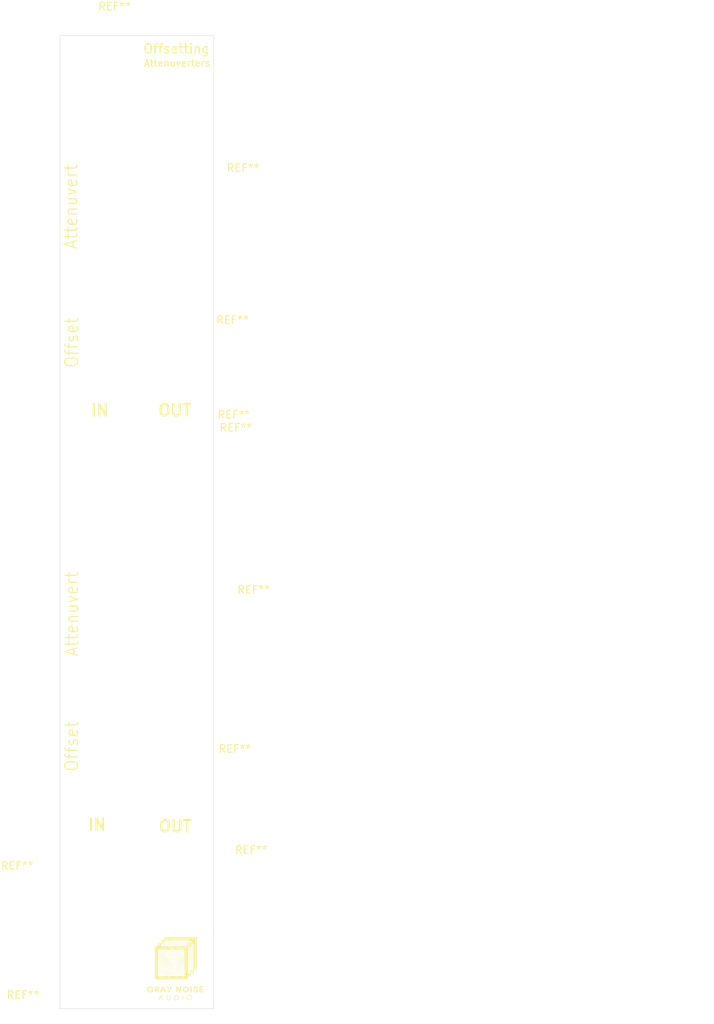
<source format=kicad_pcb>
(kicad_pcb (version 20171130) (host pcbnew 5.1.10-1.fc33)

  (general
    (thickness 1.6)
    (drawings 36)
    (tracks 0)
    (zones 0)
    (modules 11)
    (nets 1)
  )

  (page A4)
  (layers
    (0 F.Cu signal)
    (31 B.Cu signal)
    (32 B.Adhes user)
    (33 F.Adhes user)
    (34 B.Paste user)
    (35 F.Paste user)
    (36 B.SilkS user)
    (37 F.SilkS user)
    (38 B.Mask user)
    (39 F.Mask user)
    (40 Dwgs.User user)
    (41 Cmts.User user)
    (42 Eco1.User user)
    (43 Eco2.User user)
    (44 Edge.Cuts user)
    (45 Margin user)
    (46 B.CrtYd user)
    (47 F.CrtYd user)
    (48 B.Fab user)
    (49 F.Fab user)
  )

  (setup
    (last_trace_width 0.25)
    (trace_clearance 0.2)
    (zone_clearance 0.508)
    (zone_45_only no)
    (trace_min 0.2)
    (via_size 0.8)
    (via_drill 0.4)
    (via_min_size 0.4)
    (via_min_drill 0.3)
    (uvia_size 0.3)
    (uvia_drill 0.1)
    (uvias_allowed no)
    (uvia_min_size 0.2)
    (uvia_min_drill 0.1)
    (edge_width 0.05)
    (segment_width 0.2)
    (pcb_text_width 0.3)
    (pcb_text_size 1.5 1.5)
    (mod_edge_width 0.12)
    (mod_text_size 1 1)
    (mod_text_width 0.15)
    (pad_size 1.524 1.524)
    (pad_drill 0.762)
    (pad_to_mask_clearance 0)
    (aux_axis_origin 0 0)
    (visible_elements FFFFF77F)
    (pcbplotparams
      (layerselection 0x010f0_ffffffff)
      (usegerberextensions false)
      (usegerberattributes false)
      (usegerberadvancedattributes true)
      (creategerberjobfile true)
      (excludeedgelayer true)
      (linewidth 0.100000)
      (plotframeref false)
      (viasonmask false)
      (mode 1)
      (useauxorigin false)
      (hpglpennumber 1)
      (hpglpenspeed 20)
      (hpglpendiameter 15.000000)
      (psnegative false)
      (psa4output false)
      (plotreference true)
      (plotvalue true)
      (plotinvisibletext false)
      (padsonsilk false)
      (subtractmaskfromsilk false)
      (outputformat 1)
      (mirror false)
      (drillshape 0)
      (scaleselection 1)
      (outputdirectory "offAttnFaceGerbs/"))
  )

  (net 0 "")

  (net_class Default "This is the default net class."
    (clearance 0.2)
    (trace_width 0.25)
    (via_dia 0.8)
    (via_drill 0.4)
    (uvia_dia 0.3)
    (uvia_drill 0.1)
  )

  (module GrayNoise:11mmLogo (layer F.Cu) (tedit 0) (tstamp 60D442BB)
    (at 40.7 156.9)
    (fp_text reference G*** (at 0 0) (layer F.SilkS) hide
      (effects (font (size 1.524 1.524) (thickness 0.3)))
    )
    (fp_text value LOGO (at 0.75 0) (layer F.SilkS) hide
      (effects (font (size 1.524 1.524) (thickness 0.3)))
    )
    (fp_poly (pts (xy 2.760579 0.113632) (xy 2.379579 0.12105) (xy 2.379579 0.508) (xy 1.978526 0.508)
      (xy 1.978526 0.909053) (xy 1.590842 0.909053) (xy 1.590842 1.296737) (xy -2.767263 1.296737)
      (xy -2.767263 0.563632) (xy -2.379416 0.563632) (xy -2.379093 0.644388) (xy -2.37832 0.721118)
      (xy -2.377102 0.789429) (xy -2.375446 0.844928) (xy -2.373357 0.88322) (xy -2.370842 0.89991)
      (xy -2.370667 0.90014) (xy -2.355692 0.902193) (xy -2.317042 0.904078) (xy -2.25778 0.905742)
      (xy -2.180969 0.907126) (xy -2.089669 0.908177) (xy -1.986943 0.908837) (xy -1.882039 0.909053)
      (xy -1.402324 0.909053) (xy -1.437797 0.862545) (xy -1.468845 0.828029) (xy -1.516348 0.782667)
      (xy -1.574921 0.73104) (xy -1.63918 0.677726) (xy -1.703741 0.627305) (xy -1.763219 0.584356)
      (xy -1.771316 0.578877) (xy -1.81889 0.54849) (xy -1.880198 0.511382) (xy -1.945397 0.473444)
      (xy -1.978526 0.454816) (xy -2.049322 0.41555) (xy -2.129953 0.370755) (xy -2.206912 0.327937)
      (xy -2.234533 0.312548) (xy -2.287207 0.283565) (xy -2.331028 0.26017) (xy -2.360921 0.245027)
      (xy -2.37156 0.240632) (xy -2.374064 0.253265) (xy -2.376083 0.288238) (xy -2.377622 0.341154)
      (xy -2.378686 0.407622) (xy -2.379282 0.483246) (xy -2.379416 0.563632) (xy -2.767263 0.563632)
      (xy -2.767263 0.118533) (xy -2.379933 0.118533) (xy -2.379311 0.144484) (xy -2.37519 0.166104)
      (xy -2.365047 0.185661) (xy -2.346356 0.205424) (xy -2.316596 0.227661) (xy -2.273242 0.25464)
      (xy -2.213771 0.288629) (xy -2.135658 0.331896) (xy -2.058737 0.374334) (xy -1.94073 0.440461)
      (xy -1.84274 0.497657) (xy -1.760759 0.548726) (xy -1.690779 0.596471) (xy -1.628792 0.643697)
      (xy -1.57079 0.693206) (xy -1.512766 0.747801) (xy -1.484034 0.776331) (xy -1.356895 0.904294)
      (xy -1.2065 0.906673) (xy -1.146695 0.906978) (xy -1.098162 0.906004) (xy -1.066234 0.903942)
      (xy -1.056105 0.901319) (xy -1.064722 0.888245) (xy -1.088149 0.859819) (xy -1.122756 0.820049)
      (xy -1.16491 0.772941) (xy -1.210979 0.7225) (xy -1.257331 0.672734) (xy -1.300334 0.627649)
      (xy -1.336356 0.591251) (xy -1.343526 0.584284) (xy -1.411424 0.525271) (xy -1.495384 0.463816)
      (xy -1.597492 0.398623) (xy -1.719837 0.328396) (xy -1.864507 0.251841) (xy -1.943824 0.211801)
      (xy -2.029006 0.168946) (xy -2.109459 0.127679) (xy -2.181 0.090207) (xy -2.239447 0.058737)
      (xy -2.280617 0.035477) (xy -2.295457 0.026265) (xy -2.330849 0.003886) (xy -2.357865 -0.010485)
      (xy -2.366881 -0.013368) (xy -2.372975 -0.001099) (xy -2.377471 0.031335) (xy -2.379531 0.077373)
      (xy -2.379579 0.085984) (xy -2.379933 0.118533) (xy -2.767263 0.118533) (xy -2.767263 -0.194797)
      (xy -2.379579 -0.194797) (xy -2.378095 -0.132689) (xy -2.373099 -0.092007) (xy -2.363776 -0.067576)
      (xy -2.358524 -0.061066) (xy -2.333162 -0.03872) (xy -2.298346 -0.013689) (xy -2.251494 0.015503)
      (xy -2.190025 0.050335) (xy -2.111356 0.092285) (xy -2.012906 0.142829) (xy -1.925053 0.187007)
      (xy -1.796376 0.251982) (xy -1.688032 0.308791) (xy -1.596036 0.360376) (xy -1.516401 0.409681)
      (xy -1.445142 0.45965) (xy -1.378274 0.513227) (xy -1.311809 0.573354) (xy -1.241762 0.642975)
      (xy -1.164149 0.725035) (xy -1.096211 0.799109) (xy -0.995947 0.909291) (xy -0.689588 0.909172)
      (xy -0.602721 0.908895) (xy -0.56093 0.908507) (xy 0.661737 0.908507) (xy 1.188121 0.909053)
      (xy 1.192298 0.761973) (xy 1.192996 0.702905) (xy 1.1917 0.655163) (xy 1.188677 0.624133)
      (xy 1.184923 0.61492) (xy 1.169866 0.621891) (xy 1.137351 0.64086) (xy 1.092131 0.668949)
      (xy 1.038961 0.703276) (xy 1.03787 0.703992) (xy 0.969563 0.746885) (xy 0.894034 0.791141)
      (xy 0.822221 0.830486) (xy 0.782053 0.850772) (xy 0.661737 0.908507) (xy -0.56093 0.908507)
      (xy -0.525924 0.908182) (xy -0.462841 0.907107) (xy -0.417116 0.905742) (xy -0.392392 0.904159)
      (xy -0.3891 0.903181) (xy -0.40411 0.897834) (xy -0.438481 0.889031) (xy -0.485347 0.878503)
      (xy -0.494933 0.876485) (xy -0.555933 0.860124) (xy -0.626865 0.835674) (xy -0.694208 0.807885)
      (xy -0.706112 0.802317) (xy -0.761713 0.772395) (xy -0.816647 0.735409) (xy -0.874088 0.688527)
      (xy -0.937211 0.628914) (xy -1.009188 0.553736) (xy -1.093195 0.46016) (xy -1.107019 0.444375)
      (xy -1.16179 0.385717) (xy -1.220314 0.331982) (xy -1.285812 0.281152) (xy -1.361507 0.231209)
      (xy -1.450618 0.180135) (xy -1.556368 0.125913) (xy -1.681978 0.066525) (xy -1.782708 0.021127)
      (xy -1.899536 -0.031677) (xy -1.995797 -0.077508) (xy -2.075957 -0.118787) (xy -2.144481 -0.157935)
      (xy -2.205833 -0.197374) (xy -2.26448 -0.239525) (xy -2.267254 -0.241621) (xy -2.309131 -0.272214)
      (xy -2.343437 -0.295246) (xy -2.364269 -0.306818) (xy -2.366919 -0.307474) (xy -2.372665 -0.295135)
      (xy -2.377048 -0.26222) (xy -2.379376 -0.214882) (xy -2.379579 -0.194797) (xy -2.767263 -0.194797)
      (xy -2.767263 -0.497254) (xy -2.379579 -0.497254) (xy -2.379164 -0.440513) (xy -2.376626 -0.403456)
      (xy -2.370027 -0.379032) (xy -2.357429 -0.360189) (xy -2.336895 -0.339875) (xy -2.336132 -0.339165)
      (xy -2.270014 -0.282317) (xy -2.19625 -0.228478) (xy -2.11099 -0.175362) (xy -2.010385 -0.120686)
      (xy -1.890583 -0.062163) (xy -1.797993 -0.019812) (xy -1.65424 0.045638) (xy -1.532346 0.103874)
      (xy -1.429111 0.157006) (xy -1.341335 0.207145) (xy -1.26582 0.256399) (xy -1.199365 0.30688)
      (xy -1.138771 0.360698) (xy -1.080838 0.419962) (xy -1.022366 0.486782) (xy -1.013264 0.497692)
      (xy -0.963223 0.555573) (xy -0.911517 0.611293) (xy -0.864135 0.658631) (xy -0.827066 0.691366)
      (xy -0.826061 0.692146) (xy -0.731216 0.754528) (xy -0.623744 0.804043) (xy -0.500119 0.841868)
      (xy -0.356815 0.86918) (xy -0.260684 0.880934) (xy -0.196413 0.887551) (xy -0.1382 0.893731)
      (xy -0.093531 0.898671) (xy -0.073526 0.901064) (xy -0.048586 0.90247) (xy -0.001452 0.903454)
      (xy 0.063335 0.903985) (xy 0.141236 0.904033) (xy 0.22771 0.903568) (xy 0.260684 0.903263)
      (xy 0.359518 0.902016) (xy 0.436124 0.900312) (xy 0.49501 0.897759) (xy 0.540685 0.893969)
      (xy 0.577657 0.888551) (xy 0.610436 0.881113) (xy 0.64353 0.871267) (xy 0.648368 0.869699)
      (xy 0.710018 0.848111) (xy 0.767579 0.824205) (xy 0.826574 0.79512) (xy 0.892524 0.757998)
      (xy 0.970952 0.709976) (xy 1.03271 0.670614) (xy 1.189789 0.569454) (xy 1.189789 0.448823)
      (xy 1.577474 0.448823) (xy 1.577474 0.508) (xy 1.723487 0.508) (xy 1.787906 0.50772)
      (xy 1.832093 0.505946) (xy 1.84579 0.503848) (xy 1.9424 0.503848) (xy 1.954576 0.50799)
      (xy 1.956048 0.508) (xy 1.979141 0.501009) (xy 1.98464 0.495555) (xy 1.98636 0.479972)
      (xy 1.973012 0.475624) (xy 1.954723 0.484804) (xy 1.951667 0.488094) (xy 1.9424 0.503848)
      (xy 1.84579 0.503848) (xy 1.862556 0.50128) (xy 1.885798 0.492322) (xy 1.908327 0.477674)
      (xy 1.925522 0.464553) (xy 1.981544 0.421105) (xy 1.981197 0.297447) (xy 1.980593 0.243238)
      (xy 1.979259 0.200439) (xy 1.977428 0.17512) (xy 1.976347 0.170872) (xy 1.963603 0.175798)
      (xy 1.932734 0.191405) (xy 1.888801 0.215057) (xy 1.851526 0.235814) (xy 1.790166 0.270383)
      (xy 1.727497 0.305626) (xy 1.673513 0.335925) (xy 1.654342 0.346659) (xy 1.613164 0.37053)
      (xy 1.590166 0.388634) (xy 1.580056 0.408008) (xy 1.57754 0.435686) (xy 1.577474 0.448823)
      (xy 1.189789 0.448823) (xy 1.189789 0.405043) (xy 1.189112 0.342289) (xy 1.187264 0.29058)
      (xy 1.184521 0.255018) (xy 1.18116 0.240706) (xy 1.180892 0.240632) (xy 1.162692 0.24712)
      (xy 1.126268 0.264849) (xy 1.07627 0.291212) (xy 1.017346 0.323602) (xy 0.954144 0.359415)
      (xy 0.891314 0.396044) (xy 0.833505 0.430883) (xy 0.785364 0.461326) (xy 0.775368 0.467956)
      (xy 0.675419 0.532296) (xy 0.588603 0.580837) (xy 0.508386 0.615894) (xy 0.428232 0.639779)
      (xy 0.341608 0.654807) (xy 0.241978 0.66329) (xy 0.220579 0.664374) (xy 0.120553 0.666137)
      (xy 0.00726 0.663395) (xy -0.111109 0.656721) (xy -0.226362 0.646683) (xy -0.330308 0.633854)
      (xy -0.405689 0.620756) (xy -0.498761 0.594862) (xy -0.592337 0.557606) (xy -0.67594 0.513533)
      (xy -0.716936 0.485725) (xy -0.742836 0.462289) (xy -0.781213 0.422895) (xy -0.827635 0.372298)
      (xy -0.877674 0.315255) (xy -0.89846 0.290809) (xy -0.963676 0.21647) (xy -1.027038 0.151886)
      (xy -1.092177 0.094713) (xy -1.162726 0.042609) (xy -1.242316 -0.006767) (xy -1.334579 -0.055759)
      (xy -1.443147 -0.106709) (xy -1.571651 -0.16196) (xy -1.651 -0.194566) (xy -1.795548 -0.25541)
      (xy -1.918524 -0.312235) (xy -2.024301 -0.367486) (xy -2.117251 -0.423606) (xy -2.201746 -0.483039)
      (xy -2.279316 -0.545782) (xy -2.318214 -0.578204) (xy -2.349545 -0.602464) (xy -2.367747 -0.614307)
      (xy -2.369553 -0.614829) (xy -2.374012 -0.602523) (xy -2.377451 -0.569508) (xy -2.379358 -0.521805)
      (xy -2.379579 -0.497254) (xy -2.767263 -0.497254) (xy -2.767263 -0.80141) (xy -2.379579 -0.80141)
      (xy -2.379579 -0.684855) (xy -2.290014 -0.601071) (xy -2.209728 -0.532892) (xy -2.114125 -0.462616)
      (xy -2.013093 -0.397067) (xy -1.916518 -0.343067) (xy -1.915162 -0.342384) (xy -1.879625 -0.325685)
      (xy -1.824933 -0.301427) (xy -1.75673 -0.272049) (xy -1.680661 -0.239985) (xy -1.617921 -0.214035)
      (xy -1.482822 -0.157706) (xy -1.369479 -0.107845) (xy -1.274377 -0.062194) (xy -1.193999 -0.018493)
      (xy -1.12483 0.025517) (xy -1.063354 0.072096) (xy -1.006054 0.123501) (xy -0.949415 0.181992)
      (xy -0.889921 0.249829) (xy -0.882719 0.258354) (xy -0.800248 0.352333) (xy -0.726675 0.426302)
      (xy -0.657404 0.483334) (xy -0.587837 0.5265) (xy -0.513379 0.558873) (xy -0.429433 0.583524)
      (xy -0.379811 0.59445) (xy -0.282859 0.610562) (xy -0.174068 0.622895) (xy -0.058896 0.631335)
      (xy 0.057195 0.635768) (xy 0.168745 0.636079) (xy 0.270294 0.632153) (xy 0.356383 0.623877)
      (xy 0.421174 0.611242) (xy 0.480935 0.592198) (xy 0.538712 0.568484) (xy 0.600367 0.537135)
      (xy 0.671761 0.495185) (xy 0.7535 0.443103) (xy 0.826893 0.397058) (xy 0.910511 0.347505)
      (xy 0.992536 0.30132) (xy 1.044263 0.273866) (xy 1.189789 0.199428) (xy 1.189789 0.068566)
      (xy 1.577474 0.068566) (xy 1.577474 0.208073) (xy 1.577976 0.265505) (xy 1.579335 0.311455)
      (xy 1.581325 0.340385) (xy 1.583107 0.347579) (xy 1.595913 0.341258) (xy 1.628262 0.32365)
      (xy 1.676512 0.296783) (xy 1.737021 0.262687) (xy 1.806147 0.223391) (xy 1.813684 0.219088)
      (xy 1.938639 0.146464) (xy 1.998019 0.110289) (xy 2.072849 0.110289) (xy 2.085004 0.114316)
      (xy 2.118534 0.117571) (xy 2.16808 0.119687) (xy 2.219158 0.120316) (xy 2.36621 0.120316)
      (xy 2.36621 0.006684) (xy 2.365344 -0.044668) (xy 2.363032 -0.083941) (xy 2.359706 -0.104998)
      (xy 2.358236 -0.106947) (xy 2.344775 -0.098784) (xy 2.317758 -0.077545) (xy 2.288364 -0.052464)
      (xy 2.241615 -0.01433) (xy 2.186417 0.026484) (xy 2.15003 0.051141) (xy 2.111505 0.077202)
      (xy 2.083792 0.098428) (xy 2.072852 0.110251) (xy 2.072849 0.110289) (xy 1.998019 0.110289)
      (xy 2.043042 0.082861) (xy 2.130517 0.025876) (xy 2.204686 -0.026894) (xy 2.26917 -0.077852)
      (xy 2.296026 -0.10086) (xy 2.36621 -0.162495) (xy 2.36621 -0.390795) (xy 2.31155 -0.341413)
      (xy 2.254806 -0.294836) (xy 2.185016 -0.246428) (xy 2.099381 -0.194521) (xy 1.995099 -0.137451)
      (xy 1.869371 -0.073552) (xy 1.823144 -0.0509) (xy 1.577474 0.068566) (xy 1.189789 0.068566)
      (xy 1.189789 -0.047154) (xy 1.579532 -0.047154) (xy 1.580487 -0.003857) (xy 1.582982 0.021994)
      (xy 1.585165 0.026737) (xy 1.599265 0.021098) (xy 1.633587 0.005363) (xy 1.684395 -0.018695)
      (xy 1.747952 -0.049302) (xy 1.820522 -0.084687) (xy 1.836307 -0.092435) (xy 1.948223 -0.148377)
      (xy 2.039475 -0.196371) (xy 2.11403 -0.238866) (xy 2.175857 -0.27831) (xy 2.228924 -0.317151)
      (xy 2.277199 -0.357839) (xy 2.298861 -0.377823) (xy 2.36621 -0.441488) (xy 2.36621 -0.561639)
      (xy 2.365696 -0.614586) (xy 2.364319 -0.655623) (xy 2.362326 -0.678779) (xy 2.361216 -0.68179)
      (xy 2.349583 -0.673436) (xy 2.324455 -0.651749) (xy 2.297716 -0.627375) (xy 2.1762 -0.527107)
      (xy 2.036361 -0.435948) (xy 1.875272 -0.352148) (xy 1.737895 -0.292731) (xy 1.584158 -0.231024)
      (xy 1.580332 -0.102144) (xy 1.579532 -0.047154) (xy 1.189789 -0.047154) (xy 1.189789 -0.092381)
      (xy 1.106237 -0.060807) (xy 0.979205 -0.011325) (xy 0.872892 0.033719) (xy 0.782214 0.076893)
      (xy 0.702088 0.120767) (xy 0.627432 0.167911) (xy 0.561906 0.214377) (xy 0.47522 0.2761)
      (xy 0.400576 0.321876) (xy 0.331044 0.353964) (xy 0.259697 0.374625) (xy 0.179605 0.386117)
      (xy 0.08384 0.3907) (xy 0.020053 0.391088) (xy -0.152406 0.384656) (xy -0.301827 0.366397)
      (xy -0.429265 0.33608) (xy -0.535774 0.293469) (xy -0.602382 0.253428) (xy -0.626093 0.232641)
      (xy -0.662204 0.196273) (xy -0.705986 0.149274) (xy -0.75271 0.096592) (xy -0.757216 0.091372)
      (xy -0.834698 0.003371) (xy -0.903269 -0.06876) (xy -0.967754 -0.128328) (xy -1.032977 -0.178641)
      (xy -1.103764 -0.223005) (xy -1.184938 -0.264725) (xy -1.281325 -0.30711) (xy -1.397748 -0.353466)
      (xy -1.41716 -0.360936) (xy -1.586416 -0.427956) (xy -1.732816 -0.490762) (xy -1.85956 -0.551136)
      (xy -1.969845 -0.610864) (xy -2.066871 -0.671729) (xy -2.153838 -0.735515) (xy -2.233943 -0.804006)
      (xy -2.266015 -0.834317) (xy -2.307814 -0.873724) (xy -2.342401 -0.904101) (xy -2.365533 -0.921858)
      (xy -2.37282 -0.924724) (xy -2.375857 -0.909175) (xy -2.378188 -0.873429) (xy -2.379452 -0.824025)
      (xy -2.379579 -0.80141) (xy -2.767263 -0.80141) (xy -2.767263 -1.122526) (xy -2.379579 -1.122526)
      (xy -2.379579 -0.999561) (xy -2.277582 -0.89475) (xy -2.183583 -0.805561) (xy -2.081986 -0.724396)
      (xy -1.969276 -0.649181) (xy -1.841938 -0.577842) (xy -1.696457 -0.508305) (xy -1.529319 -0.438496)
      (xy -1.457158 -0.410617) (xy -1.326883 -0.360007) (xy -1.218575 -0.314702) (xy -1.128529 -0.272527)
      (xy -1.053045 -0.231305) (xy -0.988419 -0.188858) (xy -0.93095 -0.14301) (xy -0.876934 -0.091584)
      (xy -0.832005 -0.043029) (xy -0.750314 0.048356) (xy -0.68242 0.121597) (xy -0.625108 0.179177)
      (xy -0.575161 0.223576) (xy -0.529364 0.257279) (xy -0.484502 0.282766) (xy -0.437359 0.302521)
      (xy -0.38472 0.319024) (xy -0.351675 0.327764) (xy -0.257584 0.345795) (xy -0.145864 0.357868)
      (xy -0.025032 0.363603) (xy 0.096392 0.362621) (xy 0.20989 0.35454) (xy 0.220671 0.353304)
      (xy 0.280312 0.339685) (xy 0.348058 0.311284) (xy 0.426959 0.266531) (xy 0.520063 0.203856)
      (xy 0.54276 0.187503) (xy 0.658259 0.110415) (xy 0.783278 0.04122) (xy 0.923948 -0.023223)
      (xy 1.052763 -0.073796) (xy 1.189789 -0.124423) (xy 1.189789 -0.24937) (xy 1.188484 -0.314526)
      (xy 1.184399 -0.35507) (xy 1.177279 -0.373007) (xy 1.173917 -0.374316) (xy 1.151965 -0.370255)
      (xy 1.109994 -0.359176) (xy 1.053278 -0.342728) (xy 0.98709 -0.322565) (xy 0.916703 -0.300339)
      (xy 0.847391 -0.277701) (xy 0.784426 -0.256304) (xy 0.733082 -0.237799) (xy 0.712355 -0.229717)
      (xy 0.635003 -0.195966) (xy 0.568629 -0.160957) (xy 0.50487 -0.119511) (xy 0.435365 -0.066454)
      (xy 0.395024 -0.033267) (xy 0.332973 0.018009) (xy 0.283215 0.055706) (xy 0.239659 0.081911)
      (xy 0.196213 0.098714) (xy 0.146785 0.108202) (xy 0.085284 0.112466) (xy 0.005619 0.113592)
      (xy -0.033421 0.113632) (xy -0.156767 0.111543) (xy -0.258676 0.103913) (xy -0.344221 0.088693)
      (xy -0.418471 0.063835) (xy -0.4865 0.027293) (xy -0.553376 -0.022983) (xy -0.624173 -0.089038)
      (xy -0.68057 -0.147678) (xy -0.7486 -0.21926) (xy -0.809081 -0.27916) (xy -0.865959 -0.329859)
      (xy -0.923178 -0.37384) (xy -0.984683 -0.413584) (xy -1.054418 -0.451574) (xy -1.136329 -0.49029)
      (xy -1.23436 -0.532215) (xy -1.352455 -0.579831) (xy -1.392755 -0.595741) (xy -1.584599 -0.675297)
      (xy -1.752233 -0.753801) (xy -1.898063 -0.83275) (xy -2.024495 -0.913644) (xy -2.133934 -0.997981)
      (xy -2.228785 -1.08726) (xy -2.287619 -1.153292) (xy -2.321158 -1.192685) (xy -2.348883 -1.223248)
      (xy -2.365952 -1.239701) (xy -2.368095 -1.241035) (xy -2.373084 -1.230684) (xy -2.376979 -1.199219)
      (xy -2.379234 -1.152258) (xy -2.379579 -1.122526) (xy -2.767263 -1.122526) (xy -2.767263 -1.434998)
      (xy -2.379579 -1.434998) (xy -2.37913 -1.378717) (xy -2.376103 -1.340638) (xy -2.36798 -1.31223)
      (xy -2.35224 -1.284957) (xy -2.326367 -1.250287) (xy -2.32424 -1.24753) (xy -2.270236 -1.184237)
      (xy -2.201082 -1.112958) (xy -2.12398 -1.040384) (xy -2.04613 -0.973204) (xy -1.974733 -0.918107)
      (xy -1.955012 -0.904511) (xy -1.874083 -0.854422) (xy -1.779082 -0.802735) (xy -1.667326 -0.748159)
      (xy -1.536129 -0.689407) (xy -1.382808 -0.625188) (xy -1.323474 -0.601202) (xy -1.239254 -0.566966)
      (xy -1.159772 -0.5338) (xy -1.089695 -0.503718) (xy -1.033691 -0.478733) (xy -0.996426 -0.460859)
      (xy -0.989263 -0.456994) (xy -0.911819 -0.407442) (xy -0.832205 -0.34516) (xy -0.746617 -0.266888)
      (xy -0.651251 -0.169366) (xy -0.641645 -0.15909) (xy -0.571277 -0.086193) (xy -0.511823 -0.031595)
      (xy -0.458406 0.007976) (xy -0.406146 0.035795) (xy -0.350163 0.055134) (xy -0.307474 0.065112)
      (xy -0.261384 0.074498) (xy -0.222726 0.082521) (xy -0.207211 0.085838) (xy -0.184138 0.087859)
      (xy -0.140367 0.089137) (xy -0.081932 0.089579) (xy -0.014862 0.089089) (xy -0.006684 0.088966)
      (xy 0.070843 0.086987) (xy 0.127062 0.08346) (xy 0.167383 0.077707) (xy 0.197221 0.069052)
      (xy 0.213895 0.061371) (xy 0.244259 0.042049) (xy 0.287825 0.010301) (xy 0.337666 -0.028701)
      (xy 0.367632 -0.053377) (xy 0.419036 -0.095433) (xy 0.469319 -0.134585) (xy 0.511049 -0.165133)
      (xy 0.528053 -0.176444) (xy 0.575436 -0.201613) (xy 0.643541 -0.232001) (xy 0.727329 -0.265667)
      (xy 0.821759 -0.300668) (xy 0.921794 -0.335063) (xy 1.021802 -0.36673) (xy 1.082712 -0.385285)
      (xy 1.133432 -0.401059) (xy 1.168972 -0.412474) (xy 1.184339 -0.417958) (xy 1.184564 -0.418108)
      (xy 1.188298 -0.434016) (xy 1.190406 -0.467326) (xy 1.190888 -0.502741) (xy 1.577474 -0.502741)
      (xy 1.577474 -0.385055) (xy 1.578197 -0.332705) (xy 1.580132 -0.292329) (xy 1.582927 -0.269956)
      (xy 1.584362 -0.267368) (xy 1.598843 -0.272005) (xy 1.632797 -0.284571) (xy 1.680881 -0.30305)
      (xy 1.728072 -0.321584) (xy 1.911532 -0.403604) (xy 2.072903 -0.495992) (xy 2.215496 -0.600761)
      (xy 2.279474 -0.657191) (xy 2.36621 -0.738329) (xy 2.36621 -1.006031) (xy 2.267289 -0.912065)
      (xy 2.121373 -0.789574) (xy 1.955765 -0.679426) (xy 1.775998 -0.585105) (xy 1.687763 -0.547062)
      (xy 1.577474 -0.502741) (xy 1.190888 -0.502741) (xy 1.19099 -0.510153) (xy 1.190146 -0.554613)
      (xy 1.187976 -0.592822) (xy 1.184577 -0.616895) (xy 1.18201 -0.621275) (xy 1.160979 -0.617764)
      (xy 1.11928 -0.608608) (xy 1.062065 -0.595092) (xy 0.994489 -0.5785) (xy 0.921707 -0.560115)
      (xy 0.848873 -0.541222) (xy 0.781141 -0.523105) (xy 0.724829 -0.507383) (xy 0.596681 -0.46501)
      (xy 0.488502 -0.416338) (xy 0.393668 -0.35784) (xy 0.305554 -0.285988) (xy 0.300781 -0.281588)
      (xy 0.241733 -0.229261) (xy 0.190899 -0.191991) (xy 0.14172 -0.167585) (xy 0.087638 -0.153851)
      (xy 0.022092 -0.148597) (xy -0.061475 -0.149631) (xy -0.090485 -0.150814) (xy -0.19987 -0.157952)
      (xy -0.288789 -0.170152) (xy -0.363389 -0.189865) (xy -0.429811 -0.219539) (xy -0.494201 -0.26162)
      (xy -0.562701 -0.318558) (xy -0.601579 -0.354464) (xy -0.684286 -0.430126) (xy -0.762473 -0.495413)
      (xy -0.840767 -0.553186) (xy -0.923796 -0.606303) (xy -1.016188 -0.657623) (xy -1.122571 -0.710007)
      (xy -1.247572 -0.766313) (xy -1.315421 -0.79552) (xy -1.442844 -0.850501) (xy -1.549435 -0.898308)
      (xy -1.63943 -0.941069) (xy -1.717064 -0.980912) (xy -1.786573 -1.019966) (xy -1.852192 -1.060358)
      (xy -1.884227 -1.081296) (xy -1.983556 -1.154358) (xy -2.085895 -1.24199) (xy -2.18297 -1.336484)
      (xy -2.266507 -1.43013) (xy -2.288451 -1.4579) (xy -2.321314 -1.499565) (xy -2.348613 -1.53155)
      (xy -2.366074 -1.548954) (xy -2.369415 -1.550737) (xy -2.37397 -1.538385) (xy -2.37747 -1.505381)
      (xy -2.379379 -1.457809) (xy -2.379579 -1.434998) (xy -2.767263 -1.434998) (xy -2.767263 -1.743846)
      (xy -2.379579 -1.743846) (xy -2.378638 -1.690305) (xy -2.373672 -1.652788) (xy -2.361465 -1.620592)
      (xy -2.338803 -1.583017) (xy -2.325165 -1.562721) (xy -2.213327 -1.416497) (xy -2.084546 -1.28316)
      (xy -1.936929 -1.16128) (xy -1.768585 -1.049431) (xy -1.577622 -0.946183) (xy -1.404065 -0.867458)
      (xy -1.26472 -0.808155) (xy -1.14662 -0.755998) (xy -1.045992 -0.708696) (xy -0.959067 -0.663955)
      (xy -0.882074 -0.619485) (xy -0.811241 -0.572991) (xy -0.742798 -0.522183) (xy -0.672973 -0.464767)
      (xy -0.597995 -0.398452) (xy -0.53104 -0.336773) (xy -0.484566 -0.296231) (xy -0.438825 -0.260995)
      (xy -0.401457 -0.236801) (xy -0.391168 -0.231749) (xy -0.32162 -0.209343) (xy -0.236382 -0.191933)
      (xy -0.143394 -0.180205) (xy -0.050597 -0.174842) (xy 0.03407 -0.17653) (xy 0.102664 -0.185955)
      (xy 0.111987 -0.18833) (xy 0.155898 -0.209241) (xy 0.211426 -0.249848) (xy 0.255033 -0.288391)
      (xy 0.344364 -0.366056) (xy 0.427848 -0.424535) (xy 0.512166 -0.468265) (xy 0.547452 -0.482556)
      (xy 0.574571 -0.491431) (xy 0.621216 -0.505295) (xy 0.682921 -0.522939) (xy 0.755221 -0.543153)
      (xy 0.833653 -0.564727) (xy 0.913751 -0.586452) (xy 0.99105 -0.607117) (xy 1.061086 -0.625513)
      (xy 1.119394 -0.640429) (xy 1.161509 -0.650657) (xy 1.182966 -0.654986) (xy 1.184042 -0.655053)
      (xy 1.186789 -0.667331) (xy 1.188822 -0.699809) (xy 1.189764 -0.745953) (xy 1.189789 -0.755316)
      (xy 1.189744 -0.758365) (xy 1.577474 -0.758365) (xy 1.577474 -0.535127) (xy 1.643893 -0.561307)
      (xy 1.687392 -0.579824) (xy 1.74418 -0.605853) (xy 1.803823 -0.634574) (xy 1.819814 -0.642544)
      (xy 1.990777 -0.738567) (xy 2.144846 -0.847429) (xy 2.282658 -0.96743) (xy 2.36621 -1.046975)
      (xy 2.36621 -1.302584) (xy 2.289342 -1.228388) (xy 2.108847 -1.070909) (xy 1.916696 -0.936331)
      (xy 1.709092 -0.822) (xy 1.706055 -0.820529) (xy 1.577474 -0.758365) (xy 1.189744 -0.758365)
      (xy 1.189077 -0.803245) (xy 1.187194 -0.838699) (xy 1.184518 -0.855142) (xy 1.183975 -0.855579)
      (xy 1.168672 -0.851265) (xy 1.140528 -0.841054) (xy 1.116513 -0.833426) (xy 1.071073 -0.820468)
      (xy 1.008703 -0.803407) (xy 0.9339 -0.783468) (xy 0.851159 -0.761874) (xy 0.828842 -0.756125)
      (xy 0.698744 -0.721209) (xy 0.590704 -0.688513) (xy 0.500348 -0.656227) (xy 0.423305 -0.62254)
      (xy 0.355201 -0.585639) (xy 0.291662 -0.543715) (xy 0.261178 -0.521027) (xy 0.196514 -0.474234)
      (xy 0.1418 -0.443392) (xy 0.088277 -0.425353) (xy 0.027186 -0.416965) (xy -0.033421 -0.415085)
      (xy -0.164317 -0.419815) (xy -0.277922 -0.436845) (xy -0.381716 -0.468402) (xy -0.483176 -0.516716)
      (xy -0.581888 -0.578567) (xy -0.722475 -0.673521) (xy -0.846575 -0.754146) (xy -0.952987 -0.819691)
      (xy -1.040511 -0.869406) (xy -1.076158 -0.88777) (xy -1.11783 -0.908137) (xy -1.178046 -0.937364)
      (xy -1.251235 -0.972756) (xy -1.33183 -1.011622) (xy -1.414261 -1.051268) (xy -1.418749 -1.053423)
      (xy -1.501188 -1.093789) (xy -1.58193 -1.13473) (xy -1.655401 -1.173316) (xy -1.716031 -1.206619)
      (xy -1.758245 -1.231708) (xy -1.759644 -1.232612) (xy -1.941789 -1.365409) (xy -2.102254 -1.513526)
      (xy -2.241722 -1.677625) (xy -2.296304 -1.754605) (xy -2.325662 -1.796465) (xy -2.350278 -1.828008)
      (xy -2.365917 -1.843914) (xy -2.368172 -1.844842) (xy -2.373607 -1.832563) (xy -2.377635 -1.800063)
      (xy -2.379523 -1.753852) (xy -2.379579 -1.743846) (xy -2.767263 -1.743846) (xy -2.767263 -2.033114)
      (xy -2.379545 -2.033114) (xy -2.377677 -1.981164) (xy -2.369756 -1.941403) (xy -2.352229 -1.901472)
      (xy -2.331196 -1.864895) (xy -2.228707 -1.715047) (xy -2.10586 -1.56943) (xy -1.968928 -1.43461)
      (xy -1.824186 -1.317153) (xy -1.774671 -1.282581) (xy -1.719412 -1.246567) (xy -1.664161 -1.212838)
      (xy -1.604919 -1.179296) (xy -1.537689 -1.143842) (xy -1.458475 -1.104377) (xy -1.363279 -1.058804)
      (xy -1.248104 -1.005023) (xy -1.229895 -0.996598) (xy -0.975431 -0.868096) (xy -0.74313 -0.727896)
      (xy -0.628316 -0.648481) (xy -0.555986 -0.596899) (xy -0.499206 -0.558812) (xy -0.452582 -0.531096)
      (xy -0.410719 -0.510628) (xy -0.368223 -0.494283) (xy -0.353786 -0.48947) (xy -0.270395 -0.467878)
      (xy -0.177215 -0.452626) (xy -0.082714 -0.44441) (xy 0.004642 -0.44393) (xy 0.076386 -0.451881)
      (xy 0.083568 -0.453441) (xy 0.117176 -0.466905) (xy 0.163189 -0.492671) (xy 0.213415 -0.525991)
      (xy 0.23062 -0.538671) (xy 0.301171 -0.589281) (xy 0.370232 -0.631691) (xy 0.442985 -0.66812)
      (xy 0.524615 -0.700789) (xy 0.620304 -0.731917) (xy 0.735235 -0.763724) (xy 0.786961 -0.776934)
      (xy 0.871906 -0.79848) (xy 0.952866 -0.819439) (xy 1.0244 -0.83837) (xy 1.081066 -0.853834)
      (xy 1.117424 -0.864389) (xy 1.118337 -0.864675) (xy 1.189789 -0.887199) (xy 1.189789 -0.971652)
      (xy 1.188671 -1.015207) (xy 1.188632 -1.015615) (xy 1.577474 -1.015615) (xy 1.577474 -0.907959)
      (xy 1.577709 -0.85668) (xy 1.581175 -0.824417) (xy 1.592008 -0.809659) (xy 1.614346 -0.810895)
      (xy 1.652327 -0.826613) (xy 1.710088 -0.855302) (xy 1.71495 -0.857742) (xy 1.878423 -0.948491)
      (xy 2.029349 -1.05155) (xy 2.175315 -1.17237) (xy 2.249237 -1.241559) (xy 2.36621 -1.355049)
      (xy 2.36621 -1.60835) (xy 2.229184 -1.475106) (xy 2.059498 -1.322984) (xy 1.885218 -1.191609)
      (xy 1.709777 -1.083498) (xy 1.65788 -1.056204) (xy 1.577474 -1.015615) (xy 1.188632 -1.015615)
      (xy 1.185752 -1.045702) (xy 1.182035 -1.056105) (xy 1.16679 -1.051932) (xy 1.132473 -1.040755)
      (xy 1.085185 -1.024591) (xy 1.059695 -1.015662) (xy 1.001588 -0.996582) (xy 0.926873 -0.97411)
      (xy 0.844971 -0.950983) (xy 0.765298 -0.929938) (xy 0.761424 -0.92896) (xy 0.683713 -0.907946)
      (xy 0.590285 -0.880433) (xy 0.490465 -0.849296) (xy 0.393577 -0.817407) (xy 0.345685 -0.80086)
      (xy 0.262782 -0.771825) (xy 0.199069 -0.750489) (xy 0.148569 -0.735529) (xy 0.105304 -0.725621)
      (xy 0.063297 -0.71944) (xy 0.016569 -0.715665) (xy -0.040857 -0.71297) (xy -0.053474 -0.712471)
      (xy -0.137512 -0.71037) (xy -0.205574 -0.712064) (xy -0.268251 -0.718317) (xy -0.33613 -0.729893)
      (xy -0.359153 -0.734531) (xy -0.436161 -0.752294) (xy -0.506042 -0.773185) (xy -0.575034 -0.799793)
      (xy -0.649376 -0.834709) (xy -0.735307 -0.880522) (xy -0.802105 -0.918391) (xy -0.854 -0.947568)
      (xy -0.924441 -0.986127) (xy -1.008184 -1.031253) (xy -1.099983 -1.080131) (xy -1.194592 -1.129947)
      (xy -1.256632 -1.162286) (xy -1.349846 -1.211415) (xy -1.443267 -1.262021) (xy -1.53174 -1.311212)
      (xy -1.61011 -1.356096) (xy -1.673222 -1.393779) (xy -1.704474 -1.413604) (xy -1.827965 -1.505222)
      (xy -1.952819 -1.616417) (xy -2.073024 -1.741063) (xy -2.18257 -1.873037) (xy -2.255068 -1.974575)
      (xy -2.293543 -2.03141) (xy -2.327113 -2.078483) (xy -2.353009 -2.112104) (xy -2.368464 -2.128586)
      (xy -2.371276 -2.129425) (xy -2.375516 -2.112729) (xy -2.378496 -2.07718) (xy -2.379545 -2.033114)
      (xy -2.767263 -2.033114) (xy -2.767263 -2.313254) (xy -2.379579 -2.313254) (xy -2.379579 -2.220192)
      (xy -2.260533 -2.042543) (xy -2.182342 -1.929237) (xy -2.107543 -1.82907) (xy -2.033155 -1.739589)
      (xy -1.956199 -1.658338) (xy -1.873695 -1.582863) (xy -1.782663 -1.510708) (xy -1.680124 -1.439421)
      (xy -1.563097 -1.366545) (xy -1.428604 -1.289626) (xy -1.273665 -1.20621) (xy -1.196207 -1.165758)
      (xy -1.100411 -1.115754) (xy -1.004368 -1.064996) (xy -0.913025 -1.016145) (xy -0.831331 -0.971862)
      (xy -0.764233 -0.934807) (xy -0.72196 -0.910742) (xy -0.615739 -0.852956) (xy -0.519981 -0.810814)
      (xy -0.426252 -0.781045) (xy -0.340895 -0.762854) (xy -0.291566 -0.754276) (xy -0.248305 -0.746714)
      (xy -0.227263 -0.743007) (xy -0.200102 -0.740962) (xy -0.153639 -0.740204) (xy -0.095284 -0.740778)
      (xy -0.053474 -0.741922) (xy -0.001952 -0.74422) (xy 0.041951 -0.74801) (xy 0.083861 -0.754569)
      (xy 0.129399 -0.765173) (xy 0.184191 -0.781099) (xy 0.253859 -0.803623) (xy 0.327526 -0.82842)
      (xy 0.417031 -0.858011) (xy 0.511085 -0.887773) (xy 0.601637 -0.915246) (xy 0.680638 -0.937973)
      (xy 0.724541 -0.949686) (xy 0.808886 -0.972133) (xy 0.895831 -0.997153) (xy 0.979823 -1.022971)
      (xy 1.055311 -1.047817) (xy 1.116744 -1.069918) (xy 1.158569 -1.087502) (xy 1.162493 -1.089476)
      (xy 1.182357 -1.103156) (xy 1.191195 -1.122696) (xy 1.192048 -1.153026) (xy 1.577588 -1.153026)
      (xy 1.578656 -1.105993) (xy 1.581578 -1.071544) (xy 1.585755 -1.056325) (xy 1.586353 -1.056105)
      (xy 1.601134 -1.062257) (xy 1.63358 -1.078786) (xy 1.678139 -1.102808) (xy 1.707066 -1.118878)
      (xy 1.821741 -1.189619) (xy 1.944012 -1.276282) (xy 2.066137 -1.37289) (xy 2.180373 -1.473465)
      (xy 2.235868 -1.527135) (xy 2.36621 -1.658062) (xy 2.36621 -1.90241) (xy 2.17571 -1.716312)
      (xy 2.055695 -1.60249) (xy 1.946181 -1.506327) (xy 1.842123 -1.423734) (xy 1.738472 -1.350617)
      (xy 1.672844 -1.308647) (xy 1.577703 -1.249947) (xy 1.577588 -1.153026) (xy 1.192048 -1.153026)
      (xy 1.192162 -1.157059) (xy 1.191391 -1.171568) (xy 1.188364 -1.210046) (xy 1.185085 -1.235382)
      (xy 1.183545 -1.240528) (xy 1.170338 -1.237566) (xy 1.138212 -1.226323) (xy 1.092899 -1.208869)
      (xy 1.067753 -1.198731) (xy 0.86368 -1.123795) (xy 0.662637 -1.067965) (xy 0.459278 -1.03042)
      (xy 0.248255 -1.010338) (xy 0.024224 -1.006896) (xy -0.136428 -1.013527) (xy -0.277548 -1.023027)
      (xy -0.397085 -1.033566) (xy -0.50019 -1.046421) (xy -0.592014 -1.062869) (xy -0.67771 -1.08419)
      (xy -0.762429 -1.111661) (xy -0.851323 -1.14656) (xy -0.949544 -1.190165) (xy -1.059836 -1.242586)
      (xy -1.253237 -1.340167) (xy -1.423983 -1.435297) (xy -1.575594 -1.530983) (xy -1.711589 -1.63023)
      (xy -1.835487 -1.736045) (xy -1.950807 -1.851435) (xy -2.061069 -1.979405) (xy -2.169792 -2.122963)
      (xy -2.280494 -2.285114) (xy -2.280841 -2.285643) (xy -2.313801 -2.334695) (xy -2.341948 -2.374135)
      (xy -2.361867 -2.399327) (xy -2.369553 -2.406106) (xy -2.374506 -2.393981) (xy -2.378089 -2.361887)
      (xy -2.379573 -2.316584) (xy -2.379579 -2.313254) (xy -2.767263 -2.313254) (xy -2.767263 -2.542157)
      (xy -2.378127 -2.542157) (xy -2.376363 -2.516424) (xy -2.369463 -2.491299) (xy -2.355222 -2.461582)
      (xy -2.331434 -2.422072) (xy -2.29589 -2.367569) (xy -2.278157 -2.34081) (xy -2.170185 -2.182473)
      (xy -2.069735 -2.04537) (xy -1.973599 -1.926251) (xy -1.878565 -1.821862) (xy -1.781424 -1.728952)
      (xy -1.678965 -1.644266) (xy -1.567977 -1.564555) (xy -1.445252 -1.486564) (xy -1.420196 -1.471585)
      (xy -1.343137 -1.427461) (xy -1.254308 -1.379134) (xy -1.158529 -1.328993) (xy -1.060619 -1.279425)
      (xy -0.965396 -1.23282) (xy -0.877678 -1.191566) (xy -0.802284 -1.158051) (xy -0.744034 -1.134663)
      (xy -0.731799 -1.130371) (xy -0.641502 -1.105684) (xy -0.527909 -1.083875) (xy -0.394353 -1.065439)
      (xy -0.244167 -1.050871) (xy -0.153737 -1.044568) (xy -0.06324 -1.039143) (xy 0.006289 -1.035298)
      (xy 0.060569 -1.033013) (xy 0.105322 -1.032268) (xy 0.146267 -1.033039) (xy 0.189126 -1.035308)
      (xy 0.239617 -1.039051) (xy 0.287421 -1.042936) (xy 0.457935 -1.063278) (xy 0.633076 -1.095879)
      (xy 0.80515 -1.138811) (xy 0.966466 -1.19015) (xy 1.109331 -1.247967) (xy 1.112921 -1.249629)
      (xy 1.189789 -1.285328) (xy 1.189789 -1.344624) (xy 1.57783 -1.344624) (xy 1.580336 -1.317851)
      (xy 1.588812 -1.305322) (xy 1.606657 -1.307133) (xy 1.637266 -1.323381) (xy 1.684037 -1.354162)
      (xy 1.73645 -1.390053) (xy 1.907223 -1.516955) (xy 2.07483 -1.660319) (xy 2.228574 -1.810956)
      (xy 2.238015 -1.820975) (xy 2.36621 -1.957741) (xy 2.365819 -2.078423) (xy 2.365427 -2.199105)
      (xy 2.324197 -2.152316) (xy 2.179445 -1.993712) (xy 2.038287 -1.850217) (xy 1.903011 -1.72397)
      (xy 1.775904 -1.617111) (xy 1.66465 -1.535399) (xy 1.57832 -1.477211) (xy 1.577897 -1.385543)
      (xy 1.57783 -1.344624) (xy 1.189789 -1.344624) (xy 1.189789 -1.424791) (xy 1.072816 -1.367231)
      (xy 1.005698 -1.33613) (xy 0.931588 -1.304776) (xy 0.863996 -1.27882) (xy 0.848895 -1.273564)
      (xy 0.811972 -1.261477) (xy 0.779561 -1.252446) (xy 0.746914 -1.246037) (xy 0.709282 -1.241814)
      (xy 0.661917 -1.239339) (xy 0.60007 -1.238176) (xy 0.518993 -1.237891) (xy 0.46121 -1.237955)
      (xy 0.364049 -1.2384) (xy 0.28592 -1.239781) (xy 0.219593 -1.242749) (xy 0.157838 -1.247954)
      (xy 0.093424 -1.256046) (xy 0.01912 -1.267676) (xy -0.072304 -1.283495) (xy -0.100263 -1.288462)
      (xy -0.206184 -1.30625) (xy -0.324391 -1.32431) (xy -0.444762 -1.341211) (xy -0.557173 -1.355518)
      (xy -0.635 -1.364178) (xy -0.742423 -1.375368) (xy -0.828205 -1.385456) (xy -0.897346 -1.395621)
      (xy -0.954845 -1.407043) (xy -1.0057 -1.420903) (xy -1.05491 -1.438381) (xy -1.107475 -1.460656)
      (xy -1.168393 -1.48891) (xy -1.173383 -1.491276) (xy -1.352142 -1.58623) (xy -1.521905 -1.696194)
      (xy -1.677712 -1.817458) (xy -1.814603 -1.946314) (xy -1.881739 -2.021106) (xy -1.944456 -2.098362)
      (xy -2.015845 -2.190279) (xy -2.090633 -2.289747) (xy -2.163546 -2.389655) (xy -2.22931 -2.482893)
      (xy -2.279316 -2.557204) (xy -2.309953 -2.601777) (xy -2.336358 -2.635614) (xy -2.351004 -2.65029)
      (xy -2.298831 -2.65029) (xy -2.290924 -2.634177) (xy -2.269523 -2.600217) (xy -2.237142 -2.551973)
      (xy -2.196298 -2.493013) (xy -2.149506 -2.426901) (xy -2.099282 -2.357202) (xy -2.048142 -2.287481)
      (xy -1.9986 -2.221306) (xy -1.967244 -2.180324) (xy -1.811321 -1.996702) (xy -1.644943 -1.83635)
      (xy -1.465288 -1.696916) (xy -1.269535 -1.576048) (xy -1.196474 -1.537582) (xy -1.123142 -1.501656)
      (xy -1.05915 -1.473606) (xy -0.998724 -1.45195) (xy -0.936092 -1.435206) (xy -0.865481 -1.421893)
      (xy -0.781118 -1.410527) (xy -0.67723 -1.399627) (xy -0.648368 -1.39688) (xy -0.563606 -1.387786)
      (xy -0.460835 -1.374976) (xy -0.348339 -1.359591) (xy -0.234402 -1.342768) (xy -0.127309 -1.325649)
      (xy -0.113632 -1.323344) (xy -0.004191 -1.304792) (xy 0.083421 -1.290213) (xy 0.153746 -1.27917)
      (xy 0.211324 -1.271224) (xy 0.260698 -1.265939) (xy 0.306409 -1.262877) (xy 0.352998 -1.261599)
      (xy 0.405007 -1.261668) (xy 0.466977 -1.262647) (xy 0.508 -1.263435) (xy 0.625006 -1.267622)
      (xy 0.71658 -1.275259) (xy 0.783815 -1.286443) (xy 0.795421 -1.289382) (xy 0.839381 -1.303991)
      (xy 0.899244 -1.327372) (xy 0.967034 -1.356263) (xy 1.03271 -1.386416) (xy 1.189789 -1.461478)
      (xy 1.189789 -1.532844) (xy 1.188442 -1.572441) (xy 1.184977 -1.598355) (xy 1.181827 -1.604211)
      (xy 1.166595 -1.597185) (xy 1.139921 -1.580015) (xy 1.136304 -1.577466) (xy 1.107247 -1.559589)
      (xy 1.061937 -1.534835) (xy 1.0084 -1.507525) (xy 0.986757 -1.496985) (xy 0.910443 -1.465206)
      (xy 0.830145 -1.442061) (xy 0.743441 -1.427692) (xy 0.647909 -1.422238) (xy 0.541126 -1.425841)
      (xy 0.420669 -1.438641) (xy 0.284118 -1.460778) (xy 0.129048 -1.492393) (xy -0.046963 -1.533627)
      (xy -0.167105 -1.563939) (xy -0.296396 -1.597015) (xy -0.404082 -1.62372) (xy -0.494347 -1.644744)
      (xy -0.571375 -1.660772) (xy -0.639349 -1.672495) (xy -0.702453 -1.680599) (xy -0.764871 -1.685773)
      (xy -0.830786 -1.688704) (xy -0.904382 -1.690081) (xy -0.93579 -1.690344) (xy -1.025107 -1.691116)
      (xy -1.093691 -1.693272) (xy -1.147544 -1.698556) (xy -1.192667 -1.708716) (xy -1.235061 -1.725496)
      (xy -1.280727 -1.750641) (xy -1.335667 -1.785898) (xy -1.390316 -1.822548) (xy -1.473034 -1.884753)
      (xy -1.566152 -1.966167) (xy -1.666227 -2.063124) (xy -1.769817 -2.171958) (xy -1.873481 -2.289004)
      (xy -1.973776 -2.410594) (xy -2.06726 -2.533064) (xy -2.099347 -2.577742) (xy -2.157579 -2.660316)
      (xy -2.114836 -2.660316) (xy -2.08898 -2.619479) (xy -2.061954 -2.58047) (xy -2.020983 -2.525924)
      (xy -1.969765 -2.460391) (xy -1.912001 -2.388423) (xy -1.85139 -2.31457) (xy -1.79163 -2.243382)
      (xy -1.736423 -2.17941) (xy -1.689467 -2.127205) (xy -1.684084 -2.121436) (xy -1.606114 -2.043495)
      (xy -1.520586 -1.966843) (xy -1.432074 -1.89493) (xy -1.345154 -1.831204) (xy -1.264399 -1.779114)
      (xy -1.194386 -1.742111) (xy -1.165838 -1.730687) (xy -1.124381 -1.722077) (xy -1.063512 -1.71871)
      (xy -0.980021 -1.720431) (xy -0.966396 -1.721067) (xy -0.89487 -1.723318) (xy -0.826092 -1.722366)
      (xy -0.756205 -1.717612) (xy -0.681354 -1.708457) (xy -0.597684 -1.694302) (xy -0.501339 -1.674549)
      (xy -0.388464 -1.648598) (xy -0.255204 -1.615852) (xy -0.201415 -1.602263) (xy -0.057874 -1.56613)
      (xy 0.063501 -1.536496) (xy 0.166321 -1.512759) (xy 0.254196 -1.49432) (xy 0.330737 -1.48058)
      (xy 0.399556 -1.470937) (xy 0.464263 -1.464792) (xy 0.528469 -1.461545) (xy 0.595785 -1.460596)
      (xy 0.648612 -1.461004) (xy 0.849383 -1.463842) (xy 0.989507 -1.534077) (xy 1.062583 -1.571097)
      (xy 1.115104 -1.59963) (xy 1.127134 -1.607553) (xy 1.578345 -1.607553) (xy 1.579354 -1.564269)
      (xy 1.582849 -1.534074) (xy 1.587504 -1.524) (xy 1.601625 -1.531576) (xy 1.632253 -1.55212)
      (xy 1.674661 -1.582358) (xy 1.716867 -1.61356) (xy 1.785592 -1.668572) (xy 1.866575 -1.73894)
      (xy 1.954662 -1.819728) (xy 2.044699 -1.906003) (xy 2.131532 -1.992828) (xy 2.210008 -2.07527)
      (xy 2.272903 -2.145952) (xy 2.367283 -2.257119) (xy 2.363404 -2.371201) (xy 2.359526 -2.485282)
      (xy 2.265947 -2.36911) (xy 2.214228 -2.307869) (xy 2.148873 -2.235012) (xy 2.074043 -2.15478)
      (xy 1.993899 -2.071412) (xy 1.912602 -1.98915) (xy 1.834315 -1.912233) (xy 1.763198 -1.844901)
      (xy 1.703413 -1.791395) (xy 1.679275 -1.771316) (xy 1.579216 -1.691105) (xy 1.578345 -1.607553)
      (xy 1.127134 -1.607553) (xy 1.150521 -1.622955) (xy 1.172289 -1.644349) (xy 1.18386 -1.667092)
      (xy 1.188686 -1.694462) (xy 1.190084 -1.724526) (xy 1.190992 -1.766826) (xy 1.191217 -1.797488)
      (xy 1.190929 -1.807174) (xy 1.17999 -1.804386) (xy 1.151348 -1.789658) (xy 1.10975 -1.765569)
      (xy 1.074303 -1.74379) (xy 1.019685 -1.711155) (xy 0.967861 -1.683065) (xy 0.926433 -1.663513)
      (xy 0.91054 -1.657763) (xy 0.834325 -1.641497) (xy 0.749709 -1.633625) (xy 0.654682 -1.634462)
      (xy 0.547237 -1.644321) (xy 0.425365 -1.663519) (xy 0.287058 -1.69237) (xy 0.130306 -1.731188)
      (xy -0.046898 -1.780288) (xy -0.240632 -1.838162) (xy -0.388395 -1.882958) (xy -0.513969 -1.919569)
      (xy -0.620383 -1.948691) (xy -0.710666 -1.971018) (xy -0.78785 -1.987247) (xy -0.854962 -1.998074)
      (xy -0.915032 -2.004193) (xy -0.97109 -2.006301) (xy -0.972868 -2.006311) (xy -1.038381 -2.005329)
      (xy -1.085549 -2.000867) (xy -1.122678 -1.991608) (xy -1.155963 -1.977297) (xy -1.192051 -1.960244)
      (xy -1.21465 -1.95492) (xy -1.234022 -1.96078) (xy -1.252569 -1.97216) (xy -1.322622 -2.022708)
      (xy -1.404788 -2.09018) (xy -1.494728 -2.170425) (xy -1.588104 -2.259292) (xy -1.680578 -2.352629)
      (xy -1.76781 -2.446285) (xy -1.845462 -2.536108) (xy -1.858211 -2.551701) (xy -1.940729 -2.653632)
      (xy -1.903754 -2.653632) (xy -1.782775 -2.513263) (xy -1.725471 -2.448709) (xy -1.661265 -2.379464)
      (xy -1.598381 -2.314245) (xy -1.549451 -2.265947) (xy -1.49378 -2.214328) (xy -1.43452 -2.161714)
      (xy -1.375451 -2.111201) (xy -1.320353 -2.065888) (xy -1.273004 -2.028872) (xy -1.237185 -2.003252)
      (xy -1.216676 -1.992123) (xy -1.215069 -1.991895) (xy -1.195358 -1.997831) (xy -1.164258 -2.012399)
      (xy -1.159047 -2.015184) (xy -1.131235 -2.026585) (xy -1.094559 -2.03363) (xy -1.04296 -2.037062)
      (xy -0.975895 -2.037661) (xy -0.921684 -2.036315) (xy -0.868424 -2.032419) (xy -0.812802 -2.025221)
      (xy -0.751503 -2.013967) (xy -0.681211 -1.997905) (xy -0.598612 -1.976282) (xy -0.500391 -1.948344)
      (xy -0.383234 -1.913339) (xy -0.254 -1.873664) (xy -0.067046 -1.817275) (xy 0.098158 -1.770734)
      (xy 0.244445 -1.73338) (xy 0.374652 -1.704554) (xy 0.491611 -1.683593) (xy 0.598159 -1.669838)
      (xy 0.635 -1.666484) (xy 0.670377 -1.663341) (xy 0.692631 -1.660815) (xy 0.695158 -1.660344)
      (xy 0.710749 -1.661052) (xy 0.745644 -1.664623) (xy 0.792654 -1.670312) (xy 0.798392 -1.671052)
      (xy 0.876206 -1.686671) (xy 0.952856 -1.714481) (xy 1.034898 -1.757318) (xy 1.112921 -1.807086)
      (xy 1.189789 -1.859207) (xy 1.189789 -1.905478) (xy 1.577474 -1.905478) (xy 1.577474 -1.821686)
      (xy 1.57893 -1.778349) (xy 1.582729 -1.748117) (xy 1.5875 -1.738008) (xy 1.600334 -1.746562)
      (xy 1.629351 -1.77013) (xy 1.670996 -1.805696) (xy 1.721712 -1.85024) (xy 1.757947 -1.88266)
      (xy 1.884489 -2.00139) (xy 2.00852 -2.127829) (xy 2.135211 -2.267443) (xy 2.257152 -2.410531)
      (xy 2.36621 -2.541746) (xy 2.36621 -2.64381) (xy 2.364894 -2.690221) (xy 2.361396 -2.722075)
      (xy 2.356398 -2.733967) (xy 2.354981 -2.733174) (xy 2.283023 -2.652419) (xy 2.203477 -2.564228)
      (xy 2.119622 -2.472147) (xy 2.034738 -2.37972) (xy 1.952107 -2.290495) (xy 1.875006 -2.208016)
      (xy 1.806717 -2.135829) (xy 1.750518 -2.077479) (xy 1.71896 -2.045607) (xy 1.577474 -1.905478)
      (xy 1.189789 -1.905478) (xy 1.189789 -2.062079) (xy 1.578178 -2.062079) (xy 1.579133 -2.01505)
      (xy 1.582304 -1.980603) (xy 1.587036 -1.965379) (xy 1.587728 -1.965158) (xy 1.600206 -1.974209)
      (xy 1.627773 -1.999145) (xy 1.66692 -2.036643) (xy 1.714139 -2.083377) (xy 1.739384 -2.108868)
      (xy 1.78868 -2.1599) (xy 1.851301 -2.226156) (xy 1.922819 -2.302868) (xy 1.998805 -2.385268)
      (xy 2.074832 -2.468589) (xy 2.123498 -2.522455) (xy 2.36621 -2.792331) (xy 2.36621 -2.95969)
      (xy 1.972547 -2.559345) (xy 1.578883 -2.159) (xy 1.578178 -2.062079) (xy 1.189789 -2.062079)
      (xy 1.189789 -2.072312) (xy 1.112921 -2.020279) (xy 1.041148 -1.974848) (xy 0.970896 -1.937857)
      (xy 0.899927 -1.909452) (xy 0.826004 -1.889778) (xy 0.746891 -1.878983) (xy 0.66035 -1.877211)
      (xy 0.564144 -1.884609) (xy 0.456036 -1.901322) (xy 0.33379 -1.927496) (xy 0.195169 -1.963277)
      (xy 0.037935 -2.008812) (xy -0.140149 -2.064245) (xy -0.285983 -2.111499) (xy -0.388223 -2.144751)
      (xy -0.489233 -2.17707) (xy -0.584207 -2.206957) (xy -0.668339 -2.232914) (xy -0.73682 -2.253442)
      (xy -0.784845 -2.267044) (xy -0.7856 -2.267244) (xy -0.879807 -2.288837) (xy -0.968068 -2.302686)
      (xy -1.047135 -2.308876) (xy -1.113759 -2.307492) (xy -1.16469 -2.298621) (xy -1.196679 -2.282346)
      (xy -1.206478 -2.258755) (xy -1.206146 -2.256187) (xy -1.2098 -2.232888) (xy -1.215596 -2.226417)
      (xy -1.231319 -2.23138) (xy -1.263385 -2.253121) (xy -1.309262 -2.28948) (xy -1.36642 -2.338296)
      (xy -1.432326 -2.397409) (xy -1.504451 -2.46466) (xy -1.578351 -2.53601) (xy -1.694297 -2.649871)
      (xy -1.644316 -2.649871) (xy -1.634757 -2.635358) (xy -1.608578 -2.606935) (xy -1.569529 -2.568017)
      (xy -1.521356 -2.522014) (xy -1.467809 -2.47234) (xy -1.412635 -2.422408) (xy -1.359582 -2.375628)
      (xy -1.312399 -2.335415) (xy -1.274834 -2.30518) (xy -1.250634 -2.288335) (xy -1.244647 -2.286)
      (xy -1.230554 -2.293913) (xy -1.229895 -2.297223) (xy -1.217292 -2.313851) (xy -1.182352 -2.327139)
      (xy -1.129375 -2.336026) (xy -1.062665 -2.339448) (xy -1.058818 -2.339456) (xy -1.010909 -2.337863)
      (xy -0.959301 -2.332635) (xy -0.901238 -2.323075) (xy -0.833964 -2.308487) (xy -0.754721 -2.288175)
      (xy -0.660754 -2.261442) (xy -0.549305 -2.227591) (xy -0.417619 -2.185926) (xy -0.2984 -2.147334)
      (xy -0.104382 -2.085236) (xy 0.066979 -2.033045) (xy 0.217708 -1.990395) (xy 0.349832 -1.956915)
      (xy 0.465376 -1.932239) (xy 0.566367 -1.915999) (xy 0.65483 -1.907827) (xy 0.732791 -1.907355)
      (xy 0.802277 -1.914214) (xy 0.865313 -1.928038) (xy 0.881784 -1.93301) (xy 0.930223 -1.952847)
      (xy 0.991137 -1.98389) (xy 1.055748 -2.021129) (xy 1.115275 -2.05955) (xy 1.154393 -2.088635)
      (xy 1.175131 -2.108235) (xy 1.186884 -2.129738) (xy 1.192431 -2.161522) (xy 1.194498 -2.209639)
      (xy 1.194154 -2.254682) (xy 1.191357 -2.286893) (xy 1.186713 -2.299374) (xy 1.186648 -2.299376)
      (xy 1.170722 -2.292871) (xy 1.139881 -2.276088) (xy 1.112063 -2.259522) (xy 1.022626 -2.210813)
      (xy 0.932466 -2.175662) (xy 0.837833 -2.153795) (xy 0.734978 -2.144937) (xy 0.620147 -2.148813)
      (xy 0.489592 -2.16515) (xy 0.339561 -2.193674) (xy 0.307474 -2.200686) (xy 0.256069 -2.213525)
      (xy 0.18389 -2.233551) (xy 0.095496 -2.259398) (xy -0.004556 -2.289697) (xy -0.11171 -2.323081)
      (xy -0.221406 -2.358182) (xy -0.267368 -2.373182) (xy -0.409196 -2.419577) (xy -0.52853 -2.458123)
      (xy -0.628187 -2.489588) (xy -0.710982 -2.514741) (xy -0.779732 -2.534353) (xy -0.837252 -2.549192)
      (xy -0.886359 -2.560028) (xy -0.929868 -2.567629) (xy -0.970596 -2.572765) (xy -1.010292 -2.576133)
      (xy -1.083027 -2.578255) (xy -1.132884 -2.572218) (xy -1.162741 -2.557043) (xy -1.175474 -2.531747)
      (xy -1.176421 -2.519477) (xy -1.181686 -2.49459) (xy -1.19162 -2.486526) (xy -1.207556 -2.49496)
      (xy -1.238012 -2.517637) (xy -1.2779 -2.550622) (xy -1.303909 -2.573421) (xy -1.39407 -2.654115)
      (xy -1.336842 -2.654115) (xy -1.327896 -2.642383) (xy -1.304724 -2.618372) (xy -1.280026 -2.594559)
      (xy -1.223211 -2.541205) (xy -1.200684 -2.570543) (xy -1.185299 -2.585755) (xy -1.16329 -2.595349)
      (xy -1.128028 -2.601069) (xy -1.072882 -2.604661) (xy -1.070617 -2.604765) (xy -1.027862 -2.605786)
      (xy -0.985648 -2.604388) (xy -0.941085 -2.599868) (xy -0.891285 -2.591525) (xy -0.833357 -2.578657)
      (xy -0.764413 -2.560564) (xy -0.681561 -2.536542) (xy -0.581913 -2.505892) (xy -0.46258 -2.467911)
      (xy -0.330214 -2.425008) (xy -0.164456 -2.371434) (xy -0.020983 -2.326124) (xy 0.103086 -2.288321)
      (xy 0.210636 -2.257265) (xy 0.304548 -2.232199) (xy 0.387706 -2.212363) (xy 0.462991 -2.196999)
      (xy 0.533287 -2.185348) (xy 0.601477 -2.176653) (xy 0.621632 -2.174539) (xy 0.684642 -2.17227)
      (xy 0.759587 -2.175493) (xy 0.835148 -2.183244) (xy 0.900006 -2.194561) (xy 0.920813 -2.199989)
      (xy 0.959491 -2.215202) (xy 1.011302 -2.240331) (xy 1.066939 -2.270758) (xy 1.084576 -2.281189)
      (xy 1.189789 -2.344793) (xy 1.189789 -2.397084) (xy 1.577474 -2.397084) (xy 1.577474 -2.308121)
      (xy 1.578957 -2.263282) (xy 1.582844 -2.231316) (xy 1.588281 -2.219158) (xy 1.599636 -2.228433)
      (xy 1.627566 -2.25492) (xy 1.670063 -2.296609) (xy 1.725115 -2.351492) (xy 1.790713 -2.417559)
      (xy 1.864848 -2.492801) (xy 1.945508 -2.57521) (xy 1.98265 -2.613328) (xy 2.36621 -3.007497)
      (xy 2.36621 -3.074538) (xy 2.364492 -3.112741) (xy 2.360095 -3.137018) (xy 2.356632 -3.141579)
      (xy 2.344925 -3.132557) (xy 2.316885 -3.107146) (xy 2.27512 -3.067826) (xy 2.222238 -3.017076)
      (xy 2.160849 -2.957378) (xy 2.09929 -2.896873) (xy 2.023035 -2.821883) (xy 1.944323 -2.745051)
      (xy 1.867842 -2.670912) (xy 1.798281 -2.604002) (xy 1.740331 -2.548859) (xy 1.7145 -2.524625)
      (xy 1.577474 -2.397084) (xy 1.189789 -2.397084) (xy 1.189789 -2.50028) (xy 1.109671 -2.459836)
      (xy 1.026853 -2.423946) (xy 0.939667 -2.398576) (xy 0.845901 -2.383941) (xy 0.743341 -2.38026)
      (xy 0.629776 -2.38775) (xy 0.50299 -2.406628) (xy 0.360773 -2.437111) (xy 0.200911 -2.479418)
      (xy 0.02119 -2.533766) (xy -0.123129 -2.580936) (xy -0.327304 -2.649391) (xy -0.207211 -2.649391)
      (xy -0.190282 -2.641006) (xy -0.152442 -2.626398) (xy -0.098363 -2.607112) (xy -0.032718 -2.584694)
      (xy 0.039821 -2.560688) (xy 0.114582 -2.53664) (xy 0.186892 -2.514095) (xy 0.25208 -2.494598)
      (xy 0.305472 -2.479695) (xy 0.307474 -2.47917) (xy 0.464188 -2.443509) (xy 0.61071 -2.420737)
      (xy 0.744162 -2.411) (xy 0.861667 -2.414445) (xy 0.960345 -2.431222) (xy 0.999221 -2.443685)
      (xy 1.05319 -2.466798) (xy 1.10868 -2.494229) (xy 1.129563 -2.505832) (xy 1.164974 -2.528198)
      (xy 1.171214 -2.534973) (xy 1.577474 -2.534973) (xy 1.578865 -2.494186) (xy 1.582461 -2.466882)
      (xy 1.586114 -2.45979) (xy 1.599563 -2.468188) (xy 1.626672 -2.490247) (xy 1.661669 -2.52126)
      (xy 1.662982 -2.522465) (xy 1.689378 -2.54716) (xy 1.732068 -2.587642) (xy 1.788124 -2.641111)
      (xy 1.854621 -2.70477) (xy 1.928632 -2.775817) (xy 2.007231 -2.851454) (xy 2.04871 -2.891445)
      (xy 2.36621 -3.197749) (xy 2.36621 -3.34597) (xy 2.195618 -3.180274) (xy 2.113953 -3.10168)
      (xy 2.024372 -3.016713) (xy 1.931636 -2.929794) (xy 1.840502 -2.84534) (xy 1.75573 -2.76777)
      (xy 1.682079 -2.701502) (xy 1.640965 -2.665315) (xy 1.606191 -2.633795) (xy 1.587196 -2.609606)
      (xy 1.579217 -2.582966) (xy 1.577489 -2.544094) (xy 1.577474 -2.534973) (xy 1.171214 -2.534973)
      (xy 1.182813 -2.547565) (xy 1.189078 -2.573554) (xy 1.189789 -2.602439) (xy 1.189789 -2.663751)
      (xy 1.0795 -2.65347) (xy 1.041417 -2.650352) (xy 0.999744 -2.64792) (xy 0.951953 -2.646175)
      (xy 0.895514 -2.645118) (xy 0.827899 -2.644751) (xy 0.74658 -2.645074) (xy 0.649028 -2.646089)
      (xy 0.532714 -2.647795) (xy 0.39511 -2.650195) (xy 0.233686 -2.653289) (xy 0.20721 -2.653814)
      (xy 0.078509 -2.655994) (xy -0.027362 -2.656972) (xy -0.109613 -2.656757) (xy -0.167455 -2.655356)
      (xy -0.200098 -2.652779) (xy -0.207211 -2.649391) (xy -0.327304 -2.649391) (xy -0.35989 -2.660316)
      (xy -0.848366 -2.660316) (xy -0.959659 -2.660152) (xy -1.062049 -2.659687) (xy -1.152576 -2.658958)
      (xy -1.228279 -2.658001) (xy -1.286197 -2.656856) (xy -1.323369 -2.655559) (xy -1.336835 -2.654149)
      (xy -1.336842 -2.654115) (xy -1.39407 -2.654115) (xy -1.400999 -2.660316) (xy -1.522657 -2.660316)
      (xy -1.575963 -2.659253) (xy -1.617398 -2.656405) (xy -1.641029 -2.65228) (xy -1.644316 -2.649871)
      (xy -1.694297 -2.649871) (xy -1.706228 -2.661587) (xy -1.804991 -2.657609) (xy -1.903754 -2.653632)
      (xy -1.940729 -2.653632) (xy -1.945105 -2.659037) (xy -2.029971 -2.659677) (xy -2.114836 -2.660316)
      (xy -2.157579 -2.660316) (xy -2.228474 -2.660316) (xy -2.267798 -2.658612) (xy -2.293303 -2.654231)
      (xy -2.298831 -2.65029) (xy -2.351004 -2.65029) (xy -2.354624 -2.653917) (xy -2.359526 -2.655731)
      (xy -2.367351 -2.641197) (xy -2.373865 -2.607891) (xy -2.376964 -2.573701) (xy -2.378127 -2.542157)
      (xy -2.767263 -2.542157) (xy -2.767263 -2.716899) (xy 1.577474 -2.716899) (xy 1.577474 -2.655655)
      (xy 1.607553 -2.681909) (xy 1.633573 -2.704672) (xy 1.670829 -2.737325) (xy 1.704474 -2.766846)
      (xy 1.731264 -2.791001) (xy 1.774369 -2.830637) (xy 1.830684 -2.882865) (xy 1.8971 -2.944791)
      (xy 1.970511 -3.013524) (xy 2.047809 -3.086172) (xy 2.068763 -3.105913) (xy 2.159034 -3.191551)
      (xy 2.230847 -3.260989) (xy 2.285708 -3.315805) (xy 2.325125 -3.35758) (xy 2.350606 -3.387895)
      (xy 2.36366 -3.40833) (xy 2.36621 -3.417674) (xy 2.358533 -3.443378) (xy 2.345048 -3.449053)
      (xy 2.328895 -3.440211) (xy 2.297142 -3.415676) (xy 2.253318 -3.378433) (xy 2.200955 -3.33147)
      (xy 2.151472 -3.28529) (xy 2.08685 -3.223144) (xy 2.039842 -3.175856) (xy 2.008011 -3.140594)
      (xy 1.988921 -3.114529) (xy 1.980134 -3.094831) (xy 1.978792 -3.084763) (xy 1.975105 -3.059096)
      (xy 1.959019 -3.049284) (xy 1.936231 -3.048) (xy 1.908244 -3.043131) (xy 1.875885 -3.02641)
      (xy 1.8338 -2.994668) (xy 1.805889 -2.970817) (xy 1.754274 -2.926049) (xy 1.699547 -2.879336)
      (xy 1.652564 -2.839935) (xy 1.647658 -2.835888) (xy 1.610107 -2.803684) (xy 1.589058 -2.779683)
      (xy 1.579769 -2.75585) (xy 1.577502 -2.724147) (xy 1.577474 -2.716899) (xy -2.767263 -2.716899)
      (xy -2.767263 -2.904931) (xy 1.577474 -2.904931) (xy 1.579525 -2.865771) (xy 1.584821 -2.841115)
      (xy 1.590036 -2.836333) (xy 1.604766 -2.846342) (xy 1.635112 -2.870077) (xy 1.676425 -2.903822)
      (xy 1.717036 -2.937891) (xy 1.762794 -2.977542) (xy 1.799852 -3.011223) (xy 1.824077 -3.035072)
      (xy 1.831498 -3.044839) (xy 1.81938 -3.049269) (xy 1.787767 -3.05105) (xy 1.748665 -3.050023)
      (xy 1.691011 -3.043406) (xy 1.649076 -3.029183) (xy 1.621641 -3.011673) (xy 1.595781 -2.989385)
      (xy 1.582623 -2.967013) (xy 1.577953 -2.934377) (xy 1.577474 -2.904931) (xy -2.767263 -2.904931)
      (xy -2.767263 -3.047285) (xy -2.570079 -3.050985) (xy -2.372895 -3.054684) (xy -2.371128 -3.148901)
      (xy -1.978526 -3.148901) (xy -1.978526 -3.049276) (xy -1.894974 -3.045296) (xy -1.850876 -3.044636)
      (xy -1.819008 -3.046872) (xy -1.807108 -3.050914) (xy -1.813218 -3.064708) (xy -1.833199 -3.093609)
      (xy -1.863402 -3.132527) (xy -1.880634 -3.153479) (xy -1.916038 -3.194632) (xy -1.945424 -3.226702)
      (xy -1.964399 -3.244987) (xy -1.9685 -3.247486) (xy -1.973301 -3.235739) (xy -1.976849 -3.203724)
      (xy -1.978485 -3.157904) (xy -1.978526 -3.148901) (xy -2.371128 -3.148901) (xy -2.369195 -3.251869)
      (xy -2.365496 -3.449053) (xy -1.978526 -3.449053) (xy -1.978526 -3.384055) (xy -1.977604 -3.356196)
      (xy -1.97296 -3.332479) (xy -1.961778 -3.307908) (xy -1.941242 -3.27749) (xy -1.908537 -3.236229)
      (xy -1.867357 -3.18687) (xy -1.756188 -3.054684) (xy -1.610015 -3.048) (xy -1.549823 -3.045664)
      (xy -1.49966 -3.044497) (xy -1.465449 -3.044589) (xy -1.453479 -3.045655) (xy -1.457153 -3.055926)
      (xy -1.476839 -3.078586) (xy -1.506953 -3.107503) (xy -1.540124 -3.13941) (xy -1.585313 -3.185652)
      (xy -1.636959 -3.240416) (xy -1.689507 -3.297887) (xy -1.697704 -3.307032) (xy -1.818645 -3.442368)
      (xy -1.78195 -3.442368) (xy -1.591882 -3.245627) (xy -1.401813 -3.048886) (xy -1.259038 -3.045101)
      (xy -1.19962 -3.0439) (xy -1.150357 -3.043608) (xy -1.117231 -3.044215) (xy -1.10649 -3.045291)
      (xy -1.112306 -3.054727) (xy -1.135327 -3.077526) (xy -1.171916 -3.110303) (xy -1.218436 -3.149674)
      (xy -1.220121 -3.151065) (xy -1.284479 -3.204911) (xy -1.35616 -3.266075) (xy -1.424218 -3.325171)
      (xy -1.457158 -3.3543) (xy -1.57079 -3.455737) (xy -1.67637 -3.449053) (xy -1.78195 -3.442368)
      (xy -1.818645 -3.442368) (xy -1.824619 -3.449053) (xy -1.978526 -3.449053) (xy -1.978526 -3.514358)
      (xy -1.578537 -3.514358) (xy -1.480882 -3.423159) (xy -1.385594 -3.33657) (xy -1.275266 -3.240426)
      (xy -1.156685 -3.140608) (xy -1.117258 -3.108158) (xy -1.051914 -3.054684) (xy -0.542668 -3.047687)
      (xy -0.428237 -3.046042) (xy -0.322032 -3.044377) (xy -0.22706 -3.04275) (xy -0.146334 -3.041218)
      (xy -0.082863 -3.039838) (xy -0.039658 -3.038669) (xy -0.01973 -3.037768) (xy -0.018939 -3.03766)
      (xy 0.002737 -3.042267) (xy 0.005274 -3.044362) (xy 0.003186 -3.046804) (xy 1.396209 -3.046804)
      (xy 1.396296 -3.046538) (xy 1.41127 -3.044002) (xy 1.445884 -3.042146) (xy 1.493045 -3.041327)
      (xy 1.499553 -3.041316) (xy 1.597526 -3.041316) (xy 1.592947 -3.1115) (xy 1.589637 -3.150704)
      (xy 1.586044 -3.176178) (xy 1.58399 -3.181684) (xy 1.570174 -3.174631) (xy 1.542066 -3.156338)
      (xy 1.505639 -3.131106) (xy 1.466868 -3.103235) (xy 1.431723 -3.077028) (xy 1.406179 -3.056784)
      (xy 1.396209 -3.046804) (xy 0.003186 -3.046804) (xy -0.001724 -3.052545) (xy -0.029005 -3.065523)
      (xy -0.071124 -3.080811) (xy -0.082735 -3.084517) (xy -0.218132 -3.124444) (xy -0.338205 -3.154525)
      (xy -0.45171 -3.176529) (xy -0.567403 -3.192228) (xy -0.656968 -3.20062) (xy -0.740968 -3.207822)
      (xy -0.803769 -3.214762) (xy -0.850878 -3.222458) (xy -0.887801 -3.231926) (xy -0.920048 -3.244182)
      (xy -0.937704 -3.252441) (xy -0.980742 -3.277143) (xy -1.039754 -3.316075) (xy -1.110449 -3.366029)
      (xy -1.188531 -3.423797) (xy -1.269708 -3.486174) (xy -1.349687 -3.549951) (xy -1.424173 -3.611921)
      (xy -1.457158 -3.640473) (xy -1.57079 -3.740373) (xy -1.574663 -3.627365) (xy -1.578537 -3.514358)
      (xy -1.978526 -3.514358) (xy -1.978526 -3.813342) (xy -1.576497 -3.813342) (xy -1.565788 -3.794136)
      (xy -1.536745 -3.761681) (xy -1.492533 -3.718628) (xy -1.436318 -3.667626) (xy -1.371262 -3.611322)
      (xy -1.300532 -3.552367) (xy -1.227291 -3.493409) (xy -1.154705 -3.437097) (xy -1.085937 -3.38608)
      (xy -1.024152 -3.343007) (xy -0.983803 -3.317209) (xy -0.908685 -3.275929) (xy -0.84326 -3.25057)
      (xy -0.778285 -3.238179) (xy -0.728579 -3.235643) (xy -0.623214 -3.231206) (xy -0.51469 -3.219112)
      (xy -0.398523 -3.198476) (xy -0.270231 -3.168413) (xy -0.12533 -3.128039) (xy -0.020053 -3.095828)
      (xy 0.127 -3.049556) (xy 0.726258 -3.048778) (xy 1.325517 -3.048) (xy 1.4281 -3.116365)
      (xy 1.491268 -3.158859) (xy 1.535523 -3.191009) (xy 1.564229 -3.217254) (xy 1.580752 -3.242034)
      (xy 1.588457 -3.269787) (xy 1.590709 -3.304953) (xy 1.590819 -3.32667) (xy 1.978526 -3.32667)
      (xy 1.978526 -3.166444) (xy 2.118895 -3.297523) (xy 2.168928 -3.344919) (xy 2.21109 -3.386147)
      (xy 2.241887 -3.417688) (xy 2.257828 -3.436027) (xy 2.259263 -3.438827) (xy 2.247216 -3.444592)
      (xy 2.216334 -3.4483) (xy 2.19052 -3.449053) (xy 2.151542 -3.447304) (xy 2.121506 -3.439336)
      (xy 2.091046 -3.421066) (xy 2.050795 -3.388411) (xy 2.050152 -3.387861) (xy 1.978526 -3.32667)
      (xy 1.590819 -3.32667) (xy 1.590842 -3.331067) (xy 1.589962 -3.376551) (xy 1.587651 -3.409244)
      (xy 1.584401 -3.422299) (xy 1.584273 -3.422316) (xy 1.570948 -3.414852) (xy 1.543266 -3.395542)
      (xy 1.516361 -3.375491) (xy 1.394155 -3.293604) (xy 1.259548 -3.223215) (xy 1.12281 -3.169422)
      (xy 1.069474 -3.153603) (xy 1.014318 -3.144302) (xy 0.940075 -3.139296) (xy 0.85403 -3.138477)
      (xy 0.763467 -3.141738) (xy 0.675671 -3.14897) (xy 0.597926 -3.160065) (xy 0.594895 -3.160632)
      (xy 0.524599 -3.174879) (xy 0.442375 -3.19339) (xy 0.34528 -3.216892) (xy 0.230373 -3.246109)
      (xy 0.09471 -3.281767) (xy -0.006684 -3.308928) (xy -0.160761 -3.344094) (xy -0.336541 -3.372667)
      (xy -0.415924 -3.382527) (xy -0.498412 -3.392661) (xy -0.577143 -3.403704) (xy -0.645975 -3.414694)
      (xy -0.698765 -3.42467) (xy -0.723375 -3.430678) (xy -0.826104 -3.469225) (xy -0.942581 -3.528051)
      (xy -1.073424 -3.607517) (xy -1.219254 -3.70798) (xy -1.287533 -3.758334) (xy -1.336052 -3.794288)
      (xy -1.370705 -3.817126) (xy -1.384779 -3.823446) (xy -1.316837 -3.823446) (xy -1.301056 -3.808299)
      (xy -1.267199 -3.781905) (xy -1.219752 -3.747364) (xy -1.163202 -3.707772) (xy -1.102035 -3.666229)
      (xy -1.040739 -3.625832) (xy -0.9838 -3.589681) (xy -0.941124 -3.563991) (xy -0.856563 -3.518279)
      (xy -0.776873 -3.483316) (xy -0.694846 -3.456939) (xy -0.603272 -3.436985) (xy -0.494943 -3.421291)
      (xy -0.447842 -3.41599) (xy -0.365614 -3.407071) (xy -0.296674 -3.39883) (xy -0.235874 -3.390238)
      (xy -0.178071 -3.380268) (xy -0.118116 -3.367893) (xy -0.050865 -3.352087) (xy 0.02883 -3.33182)
      (xy 0.126113 -3.306066) (xy 0.193842 -3.287882) (xy 0.286067 -3.263504) (xy 0.37667 -3.240359)
      (xy 0.460065 -3.219812) (xy 0.530668 -3.203232) (xy 0.582893 -3.191986) (xy 0.594895 -3.189721)
      (xy 0.681009 -3.178184) (xy 0.776551 -3.171592) (xy 0.873721 -3.169961) (xy 0.964718 -3.173307)
      (xy 1.041742 -3.181647) (xy 1.076691 -3.188714) (xy 1.211957 -3.235604) (xy 1.353024 -3.308455)
      (xy 1.499737 -3.407165) (xy 1.546873 -3.445711) (xy 1.617935 -3.445711) (xy 1.630052 -3.441027)
      (xy 1.6625 -3.4376) (xy 1.708885 -3.436032) (xy 1.721184 -3.435999) (xy 1.824789 -3.436314)
      (xy 1.834242 -3.444994) (xy 1.900972 -3.444994) (xy 1.916553 -3.436927) (xy 1.938421 -3.435684)
      (xy 1.96696 -3.432216) (xy 1.977444 -3.416851) (xy 1.978526 -3.399762) (xy 1.978526 -3.36384)
      (xy 2.019683 -3.403104) (xy 2.060839 -3.442368) (xy 2.019576 -3.446566) (xy 1.991102 -3.452582)
      (xy 1.9825 -3.46691) (xy 1.984013 -3.482192) (xy 1.985402 -3.512938) (xy 1.973917 -3.52063)
      (xy 1.949095 -3.505378) (xy 1.936006 -3.493528) (xy 1.907495 -3.462946) (xy 1.900972 -3.444994)
      (xy 1.834242 -3.444994) (xy 1.900884 -3.506183) (xy 1.976978 -3.576053) (xy 1.981094 -3.686374)
      (xy 1.981985 -3.736861) (xy 1.980772 -3.775195) (xy 1.977723 -3.795162) (xy 1.976315 -3.796663)
      (xy 1.963993 -3.787285) (xy 1.938954 -3.762342) (xy 1.905872 -3.726574) (xy 1.893877 -3.713079)
      (xy 1.848544 -3.664732) (xy 1.792468 -3.609423) (xy 1.735713 -3.556979) (xy 1.719313 -3.542632)
      (xy 1.676588 -3.504965) (xy 1.642733 -3.473377) (xy 1.622135 -3.45206) (xy 1.617935 -3.445711)
      (xy 1.546873 -3.445711) (xy 1.651941 -3.531631) (xy 1.784172 -3.656263) (xy 1.958474 -3.830053)
      (xy 1.880523 -3.834094) (xy 1.839211 -3.835343) (xy 1.810144 -3.831445) (xy 1.784255 -3.818779)
      (xy 1.752477 -3.793725) (xy 1.729864 -3.773936) (xy 1.61581 -3.676326) (xy 1.514522 -3.596869)
      (xy 1.421901 -3.53297) (xy 1.333847 -3.482038) (xy 1.246258 -3.44148) (xy 1.155036 -3.408702)
      (xy 1.149684 -3.407027) (xy 1.097463 -3.392492) (xy 1.047827 -3.383252) (xy 0.99213 -3.378298)
      (xy 0.921726 -3.376624) (xy 0.889 -3.376639) (xy 0.829424 -3.377585) (xy 0.774264 -3.380304)
      (xy 0.71948 -3.385504) (xy 0.661037 -3.393895) (xy 0.594897 -3.406188) (xy 0.517022 -3.423091)
      (xy 0.423375 -3.445316) (xy 0.309919 -3.473572) (xy 0.247316 -3.489466) (xy 0.155529 -3.511904)
      (xy 0.060083 -3.533574) (xy -0.031264 -3.552828) (xy -0.110752 -3.568017) (xy -0.160421 -3.57611)
      (xy -0.316968 -3.60174) (xy -0.453944 -3.631992) (xy -0.578399 -3.668992) (xy -0.697382 -3.714862)
      (xy -0.817942 -3.771726) (xy -0.829564 -3.777689) (xy -0.931344 -3.830245) (xy -0.855579 -3.830245)
      (xy -0.844231 -3.820859) (xy -0.814017 -3.803835) (xy -0.770682 -3.781984) (xy -0.719968 -3.758117)
      (xy -0.66762 -3.735047) (xy -0.628316 -3.719011) (xy -0.518461 -3.681951) (xy -0.390879 -3.649717)
      (xy -0.241888 -3.621433) (xy -0.17379 -3.61078) (xy -0.088328 -3.596574) (xy 0.005525 -3.578485)
      (xy 0.095544 -3.558992) (xy 0.160421 -3.543033) (xy 0.321222 -3.501024) (xy 0.460903 -3.466377)
      (xy 0.578381 -3.439343) (xy 0.672575 -3.420171) (xy 0.739922 -3.409414) (xy 0.864803 -3.401798)
      (xy 0.991247 -3.408518) (xy 1.109175 -3.428749) (xy 1.163053 -3.444089) (xy 1.30499 -3.503853)
      (xy 1.4491 -3.589052) (xy 1.593763 -3.698653) (xy 1.671162 -3.76727) (xy 1.744579 -3.835718)
      (xy 0.4445 -3.836227) (xy 0.260558 -3.836234) (xy 0.084372 -3.836114) (xy -0.082243 -3.835874)
      (xy -0.237471 -3.835523) (xy -0.379498 -3.83507) (xy -0.506509 -3.834523) (xy -0.616689 -3.83389)
      (xy -0.708224 -3.83318) (xy -0.779297 -3.832401) (xy -0.828095 -3.831561) (xy -0.852803 -3.830669)
      (xy -0.855579 -3.830245) (xy -0.931344 -3.830245) (xy -0.943917 -3.836737) (xy -1.134484 -3.836737)
      (xy -1.216141 -3.835851) (xy -1.274489 -3.833251) (xy -1.308387 -3.829017) (xy -1.316837 -3.823446)
      (xy -1.384779 -3.823446) (xy -1.39898 -3.829823) (xy -1.428362 -3.835357) (xy -1.466338 -3.836704)
      (xy -1.484718 -3.836737) (xy -1.533991 -3.835853) (xy -1.562039 -3.832268) (xy -1.574343 -3.824587)
      (xy -1.576497 -3.813342) (xy -1.978526 -3.813342) (xy -1.978526 -3.836022) (xy -1.781342 -3.839722)
      (xy -1.584158 -3.843421) (xy -1.580458 -4.040605) (xy -1.576759 -4.23779) (xy 2.767343 -4.23779)
      (xy 2.760579 0.113632)) (layer F.SilkS) (width 0.01))
    (fp_poly (pts (xy 3.63621 2.392947) (xy 3.302 2.392947) (xy 3.302 2.566737) (xy 3.622842 2.566737)
      (xy 3.622842 2.700421) (xy 3.302 2.700421) (xy 3.302 2.794) (xy 3.303306 2.839841)
      (xy 3.306746 2.872704) (xy 3.311597 2.885978) (xy 3.312026 2.885996) (xy 3.328624 2.885503)
      (xy 3.366298 2.885343) (xy 3.419388 2.885515) (xy 3.479864 2.885996) (xy 3.637675 2.887579)
      (xy 3.633601 2.951079) (xy 3.629526 3.014579) (xy 3.401454 3.018226) (xy 3.325911 3.01891)
      (xy 3.259839 3.018516) (xy 3.207805 3.01715) (xy 3.174378 3.01492) (xy 3.164164 3.012656)
      (xy 3.161765 2.997384) (xy 3.159598 2.958881) (xy 3.157748 2.900652) (xy 3.156301 2.826203)
      (xy 3.15534 2.739039) (xy 3.154952 2.642665) (xy 3.154947 2.631351) (xy 3.154947 2.259263)
      (xy 3.63621 2.259263) (xy 3.63621 2.392947)) (layer F.SilkS) (width 0.01))
    (fp_poly (pts (xy 2.109077 2.636921) (xy 2.105526 3.014579) (xy 2.044871 3.018537) (xy 2.00641 3.018987)
      (xy 1.979917 3.015515) (xy 1.974686 3.012967) (xy 1.972205 2.997612) (xy 1.969965 2.959029)
      (xy 1.968053 2.900728) (xy 1.966557 2.826218) (xy 1.965564 2.739009) (xy 1.965162 2.642609)
      (xy 1.965158 2.631351) (xy 1.965158 2.259263) (xy 2.112627 2.259263) (xy 2.109077 2.636921)) (layer F.SilkS) (width 0.01))
    (fp_poly (pts (xy 0.416913 2.503237) (xy 0.468223 2.607461) (xy 0.506868 2.691678) (xy 0.534046 2.758741)
      (xy 0.550958 2.811501) (xy 0.55607 2.834105) (xy 0.561055 2.858835) (xy 0.564934 2.871656)
      (xy 0.567861 2.870416) (xy 0.56999 2.852967) (xy 0.571474 2.817157) (xy 0.572469 2.760836)
      (xy 0.573128 2.681854) (xy 0.57356 2.590132) (xy 0.574842 2.259263) (xy 0.722311 2.259263)
      (xy 0.718761 2.636921) (xy 0.71521 3.014579) (xy 0.50869 3.022375) (xy 0.381018 2.7673)
      (xy 0.327151 2.657062) (xy 0.287042 2.569025) (xy 0.260449 2.502612) (xy 0.247126 2.457249)
      (xy 0.245853 2.449244) (xy 0.239456 2.402604) (xy 0.233895 2.378233) (xy 0.229077 2.376812)
      (xy 0.224906 2.399021) (xy 0.221288 2.445541) (xy 0.218131 2.517053) (xy 0.215339 2.614237)
      (xy 0.213895 2.680368) (xy 0.20721 3.014579) (xy 0.153252 3.01855) (xy 0.116936 3.018895)
      (xy 0.092895 3.014868) (xy 0.089752 3.01298) (xy 0.087267 2.997621) (xy 0.085024 2.959035)
      (xy 0.083109 2.900731) (xy 0.081611 2.826219) (xy 0.080617 2.739008) (xy 0.080215 2.642607)
      (xy 0.08021 2.631351) (xy 0.08021 2.259263) (xy 0.293964 2.259263) (xy 0.416913 2.503237)) (layer F.SilkS) (width 0.01))
    (fp_poly (pts (xy -1.066278 2.260006) (xy -1.047567 2.265368) (xy -1.030588 2.278166) (xy -1.01252 2.301463)
      (xy -0.990544 2.338318) (xy -0.961841 2.391794) (xy -0.923591 2.464951) (xy -0.91407 2.483122)
      (xy -0.886234 2.534342) (xy -0.863413 2.572836) (xy -0.847947 2.594907) (xy -0.842178 2.596854)
      (xy -0.842178 2.596754) (xy -0.835972 2.576727) (xy -0.819032 2.538643) (xy -0.793831 2.48769)
      (xy -0.762844 2.429055) (xy -0.757722 2.419684) (xy -0.6733 2.265947) (xy -0.59065 2.261967)
      (xy -0.547654 2.260723) (xy -0.517764 2.261438) (xy -0.508 2.263612) (xy -0.514407 2.276354)
      (xy -0.532272 2.308598) (xy -0.559565 2.356762) (xy -0.594252 2.417265) (xy -0.634302 2.486525)
      (xy -0.641235 2.49846) (xy -0.774469 2.727684) (xy -0.778261 2.871131) (xy -0.782053 3.014579)
      (xy -0.852237 3.01862) (xy -0.922421 3.02266) (xy -0.922421 2.743463) (xy -1.030502 2.558179)
      (xy -1.070239 2.490026) (xy -1.107895 2.425387) (xy -1.140206 2.369865) (xy -1.163911 2.329065)
      (xy -1.171434 2.316079) (xy -1.204285 2.259263) (xy -1.120169 2.259348) (xy -1.089538 2.25902)
      (xy -1.066278 2.260006)) (layer F.SilkS) (width 0.01))
    (fp_poly (pts (xy -1.545097 2.316079) (xy -1.506481 2.420625) (xy -1.468539 2.525486) (xy -1.432309 2.627589)
      (xy -1.398832 2.723866) (xy -1.369146 2.811245) (xy -1.344291 2.886657) (xy -1.325306 2.94703)
      (xy -1.313231 2.989295) (xy -1.309105 3.010381) (xy -1.309489 3.012045) (xy -1.327839 3.017583)
      (xy -1.362985 3.019489) (xy -1.385109 3.01873) (xy -1.450474 3.014579) (xy -1.533632 2.773947)
      (xy -1.674625 2.770166) (xy -1.815617 2.766384) (xy -1.852067 2.877113) (xy -1.870093 2.929293)
      (xy -1.886603 2.972569) (xy -1.89886 2.999916) (xy -1.901737 3.004553) (xy -1.922222 3.014479)
      (xy -1.959177 3.020445) (xy -1.980163 3.021263) (xy -2.025086 3.017948) (xy -2.044677 3.00809)
      (xy -2.045558 3.004553) (xy -2.041265 2.988097) (xy -2.029041 2.949811) (xy -2.010015 2.893017)
      (xy -1.985319 2.821037) (xy -1.956085 2.737195) (xy -1.923442 2.644813) (xy -1.920336 2.636087)
      (xy -1.764632 2.636087) (xy -1.752438 2.641618) (xy -1.720533 2.645529) (xy -1.677737 2.646947)
      (xy -1.628481 2.645498) (xy -1.601183 2.640463) (xy -1.591185 2.63081) (xy -1.590842 2.627691)
      (xy -1.595206 2.606472) (xy -1.606747 2.567921) (xy -1.623138 2.519696) (xy -1.626374 2.510718)
      (xy -1.645062 2.457658) (xy -1.661094 2.409177) (xy -1.671253 2.375037) (xy -1.671795 2.372895)
      (xy -1.67883 2.350365) (xy -1.682531 2.35397) (xy -1.683053 2.360361) (xy -1.687814 2.384845)
      (xy -1.69941 2.427197) (xy -1.71576 2.480078) (xy -1.724526 2.506579) (xy -1.742016 2.559414)
      (xy -1.755643 2.602661) (xy -1.763482 2.630105) (xy -1.764632 2.636087) (xy -1.920336 2.636087)
      (xy -1.915873 2.623553) (xy -1.785998 2.259263) (xy -1.566317 2.259263) (xy -1.545097 2.316079)) (layer F.SilkS) (width 0.01))
    (fp_poly (pts (xy -2.554298 2.261685) (xy -2.472723 2.263632) (xy -2.413303 2.266091) (xy -2.371455 2.269648)
      (xy -2.342595 2.274884) (xy -2.322142 2.282385) (xy -2.305513 2.292733) (xy -2.304466 2.29351)
      (xy -2.248978 2.347302) (xy -2.217556 2.409104) (xy -2.209596 2.448639) (xy -2.212962 2.522175)
      (xy -2.23941 2.583984) (xy -2.28691 2.631512) (xy -2.353428 2.662201) (xy -2.384955 2.669198)
      (xy -2.416676 2.676053) (xy -2.425237 2.683715) (xy -2.417369 2.692429) (xy -2.402223 2.709255)
      (xy -2.378148 2.742131) (xy -2.34821 2.78618) (xy -2.315478 2.836525) (xy -2.28302 2.888289)
      (xy -2.253903 2.936595) (xy -2.231195 2.976566) (xy -2.217965 3.003327) (xy -2.216342 3.011994)
      (xy -2.238636 3.016736) (xy -2.275957 3.019023) (xy -2.317879 3.018887) (xy -2.353971 3.016359)
      (xy -2.373765 3.011503) (xy -2.385797 2.996773) (xy -2.408596 2.963789) (xy -2.439086 2.917171)
      (xy -2.474188 2.861538) (xy -2.480712 2.850998) (xy -2.52639 2.778713) (xy -2.560835 2.729926)
      (xy -2.585708 2.704712) (xy -2.60267 2.703148) (xy -2.613382 2.725308) (xy -2.619507 2.77127)
      (xy -2.622705 2.841108) (xy -2.623128 2.8575) (xy -2.626895 3.014579) (xy -2.68755 3.018537)
      (xy -2.726011 3.018987) (xy -2.752504 3.015515) (xy -2.757735 3.012967) (xy -2.760213 2.997614)
      (xy -2.762451 2.959029) (xy -2.764362 2.900717) (xy -2.765858 2.826182) (xy -2.766853 2.738929)
      (xy -2.767258 2.642462) (xy -2.767263 2.630431) (xy -2.767263 2.379579) (xy -2.620211 2.379579)
      (xy -2.620211 2.580105) (xy -2.536658 2.578773) (xy -2.486295 2.576582) (xy -2.442284 2.572291)
      (xy -2.419885 2.568191) (xy -2.383168 2.545445) (xy -2.36033 2.50682) (xy -2.356491 2.461699)
      (xy -2.357947 2.45464) (xy -2.380215 2.419282) (xy -2.425554 2.394712) (xy -2.492276 2.381629)
      (xy -2.539571 2.379579) (xy -2.620211 2.379579) (xy -2.767263 2.379579) (xy -2.767263 2.257423)
      (xy -2.554298 2.261685)) (layer F.SilkS) (width 0.01))
    (fp_poly (pts (xy 2.726913 2.251358) (xy 2.80278 2.27889) (xy 2.85986 2.32358) (xy 2.896832 2.384448)
      (xy 2.911459 2.448129) (xy 2.917717 2.513263) (xy 2.848755 2.513263) (xy 2.806983 2.512017)
      (xy 2.783846 2.503949) (xy 2.771244 2.482566) (xy 2.761502 2.443322) (xy 2.741177 2.405366)
      (xy 2.704007 2.380239) (xy 2.656533 2.367808) (xy 2.605293 2.36794) (xy 2.556827 2.380501)
      (xy 2.517674 2.405358) (xy 2.494374 2.442376) (xy 2.492685 2.448812) (xy 2.489715 2.482562)
      (xy 2.50291 2.507397) (xy 2.517839 2.521525) (xy 2.551047 2.541012) (xy 2.598467 2.55839)
      (xy 2.629767 2.565985) (xy 2.707058 2.582007) (xy 2.763497 2.597448) (xy 2.804825 2.614508)
      (xy 2.83678 2.635386) (xy 2.855778 2.652578) (xy 2.894725 2.708787) (xy 2.911964 2.773277)
      (xy 2.908547 2.840293) (xy 2.885522 2.904083) (xy 2.84394 2.958891) (xy 2.793337 2.994864)
      (xy 2.737476 3.014351) (xy 2.667284 3.02639) (xy 2.594385 3.029949) (xy 2.530403 3.023992)
      (xy 2.513263 3.019773) (xy 2.442862 2.986857) (xy 2.387972 2.93762) (xy 2.352281 2.876556)
      (xy 2.339474 2.808161) (xy 2.339474 2.807798) (xy 2.340676 2.784625) (xy 2.34867 2.772564)
      (xy 2.370037 2.767986) (xy 2.411359 2.767263) (xy 2.413 2.767263) (xy 2.455096 2.76811)
      (xy 2.477014 2.772673) (xy 2.485303 2.783982) (xy 2.486526 2.801292) (xy 2.495777 2.834167)
      (xy 2.518158 2.86693) (xy 2.51934 2.868134) (xy 2.545309 2.888494) (xy 2.576777 2.898352)
      (xy 2.624157 2.900947) (xy 2.624806 2.900947) (xy 2.688565 2.893868) (xy 2.731805 2.871631)
      (xy 2.756994 2.83274) (xy 2.761289 2.818067) (xy 2.757871 2.779632) (xy 2.732687 2.744683)
      (xy 2.690665 2.718217) (xy 2.651783 2.707056) (xy 2.556097 2.68898) (xy 2.483417 2.669135)
      (xy 2.430016 2.645503) (xy 2.392165 2.616066) (xy 2.366136 2.578809) (xy 2.352291 2.545013)
      (xy 2.340284 2.471615) (xy 2.352357 2.403942) (xy 2.386026 2.344669) (xy 2.438808 2.296471)
      (xy 2.508221 2.262024) (xy 2.591781 2.244001) (xy 2.633579 2.241963) (xy 2.726913 2.251358)) (layer F.SilkS) (width 0.01))
    (fp_poly (pts (xy 1.418707 2.247196) (xy 1.520454 2.274902) (xy 1.60397 2.322148) (xy 1.66895 2.388634)
      (xy 1.715089 2.474064) (xy 1.739085 2.560369) (xy 1.746154 2.665747) (xy 1.728433 2.764009)
      (xy 1.687417 2.852321) (xy 1.624601 2.927847) (xy 1.541481 2.987752) (xy 1.503947 3.00624)
      (xy 1.455698 3.019672) (xy 1.391396 3.027491) (xy 1.321204 3.029326) (xy 1.255287 3.024808)
      (xy 1.213895 3.016783) (xy 1.120132 2.977558) (xy 1.043895 2.919025) (xy 0.98675 2.843327)
      (xy 0.950265 2.752609) (xy 0.936008 2.649015) (xy 0.935864 2.636454) (xy 0.935871 2.636346)
      (xy 1.08782 2.636346) (xy 1.097176 2.715123) (xy 1.12658 2.783518) (xy 1.173231 2.838571)
      (xy 1.234329 2.877322) (xy 1.307073 2.89681) (xy 1.388663 2.894074) (xy 1.41998 2.886991)
      (xy 1.489023 2.855079) (xy 1.541233 2.803747) (xy 1.575106 2.735482) (xy 1.589138 2.652769)
      (xy 1.588374 2.608512) (xy 1.571432 2.52421) (xy 1.534842 2.457749) (xy 1.479812 2.410239)
      (xy 1.407549 2.38279) (xy 1.335452 2.376035) (xy 1.25233 2.387388) (xy 1.185752 2.419742)
      (xy 1.135678 2.473127) (xy 1.102072 2.547572) (xy 1.101313 2.550148) (xy 1.08782 2.636346)
      (xy 0.935871 2.636346) (xy 0.941962 2.550581) (xy 0.962245 2.478077) (xy 0.99998 2.407907)
      (xy 1.006334 2.398386) (xy 1.066986 2.332177) (xy 1.145247 2.282768) (xy 1.236725 2.251771)
      (xy 1.337026 2.240797) (xy 1.418707 2.247196)) (layer F.SilkS) (width 0.01))
    (fp_poly (pts (xy -3.277906 2.247531) (xy -3.275672 2.247919) (xy -3.185338 2.275575) (xy -3.108679 2.32269)
      (xy -3.049118 2.386232) (xy -3.010078 2.46317) (xy -3.002537 2.489868) (xy -2.994017 2.526632)
      (xy -3.071797 2.526632) (xy -3.115702 2.525853) (xy -3.140668 2.521008) (xy -3.154492 2.508329)
      (xy -3.16497 2.484052) (xy -3.166036 2.481114) (xy -3.196341 2.433617) (xy -3.244354 2.39951)
      (xy -3.304272 2.379451) (xy -3.370292 2.374102) (xy -3.436609 2.384121) (xy -3.49742 2.410169)
      (xy -3.534551 2.439231) (xy -3.576147 2.497111) (xy -3.600497 2.566091) (xy -3.608244 2.64048)
      (xy -3.600029 2.714587) (xy -3.576494 2.782721) (xy -3.53828 2.839191) (xy -3.486028 2.878307)
      (xy -3.484988 2.878805) (xy -3.419158 2.89837) (xy -3.349658 2.899595) (xy -3.283559 2.884025)
      (xy -3.227936 2.853207) (xy -3.193524 2.815122) (xy -3.175068 2.781832) (xy -3.170682 2.76029)
      (xy -3.183472 2.747675) (xy -3.216541 2.741162) (xy -3.272994 2.737926) (xy -3.278605 2.737725)
      (xy -3.388895 2.733842) (xy -3.388895 2.613526) (xy -3.027947 2.613526) (xy -3.027947 3.014579)
      (xy -3.091447 3.018653) (xy -3.12615 3.019516) (xy -3.146553 3.013472) (xy -3.15478 2.995764)
      (xy -3.152952 2.961634) (xy -3.143191 2.906326) (xy -3.142695 2.903759) (xy -3.136523 2.86745)
      (xy -3.137682 2.855351) (xy -3.147594 2.867424) (xy -3.167404 2.903109) (xy -3.19346 2.938725)
      (xy -3.230472 2.974755) (xy -3.244501 2.98558) (xy -3.307992 3.016012) (xy -3.38459 3.030045)
      (xy -3.465584 3.02674) (xy -3.516304 3.0149) (xy -3.58195 2.983449) (xy -3.64535 2.935314)
      (xy -3.697009 2.878471) (xy -3.717037 2.846266) (xy -3.743867 2.770807) (xy -3.756775 2.682892)
      (xy -3.755902 2.591235) (xy -3.741389 2.504549) (xy -3.713376 2.431549) (xy -3.710266 2.426065)
      (xy -3.65116 2.350556) (xy -3.574927 2.293535) (xy -3.485011 2.256417) (xy -3.384855 2.240611)
      (xy -3.277906 2.247531)) (layer F.SilkS) (width 0.01))
    (fp_poly (pts (xy 0.946051 3.724219) (xy 0.944823 3.826888) (xy 0.943465 3.905933) (xy 0.941719 3.964465)
      (xy 0.939325 4.005596) (xy 0.936026 4.032438) (xy 0.931562 4.048103) (xy 0.925674 4.055703)
      (xy 0.918252 4.058328) (xy 0.894964 4.053912) (xy 0.887919 4.045951) (xy 0.886336 4.028549)
      (xy 0.885211 3.98836) (xy 0.884572 3.929331) (xy 0.88445 3.85541) (xy 0.884875 3.770542)
      (xy 0.885404 3.716144) (xy 0.889 3.402263) (xy 0.919315 3.39796) (xy 0.949629 3.393658)
      (xy 0.946051 3.724219)) (layer F.SilkS) (width 0.01))
    (fp_poly (pts (xy 0.010026 3.398016) (xy 0.085746 3.400997) (xy 0.14062 3.40523) (xy 0.180537 3.411596)
      (xy 0.211384 3.420974) (xy 0.233947 3.431479) (xy 0.306372 3.482835) (xy 0.357546 3.549451)
      (xy 0.388269 3.632616) (xy 0.397618 3.695764) (xy 0.395799 3.7917) (xy 0.372935 3.874769)
      (xy 0.335804 3.939363) (xy 0.303598 3.977973) (xy 0.267931 4.006303) (xy 0.223894 4.026097)
      (xy 0.166576 4.039096) (xy 0.091067 4.047042) (xy 0.022226 4.050632) (xy -0.042578 4.05273)
      (xy -0.097065 4.053691) (xy -0.136032 4.05348) (xy -0.154277 4.052064) (xy -0.154906 4.051746)
      (xy -0.156433 4.037391) (xy -0.157797 4.000004) (xy -0.158938 3.943287) (xy -0.159794 3.870943)
      (xy -0.160304 3.786678) (xy -0.160421 3.719535) (xy -0.160421 3.455737) (xy -0.093632 3.455737)
      (xy -0.093605 3.726447) (xy -0.093579 3.997158) (xy 0.020482 3.997158) (xy 0.098883 3.993806)
      (xy 0.159816 3.984228) (xy 0.183756 3.976595) (xy 0.223056 3.957087) (xy 0.255302 3.936036)
      (xy 0.258741 3.933148) (xy 0.298016 3.881762) (xy 0.32272 3.814765) (xy 0.332448 3.739218)
      (xy 0.326799 3.662184) (xy 0.305368 3.590726) (xy 0.280737 3.54777) (xy 0.250477 3.514122)
      (xy 0.21381 3.490615) (xy 0.16521 3.475256) (xy 0.099152 3.466053) (xy 0.044109 3.462421)
      (xy -0.093632 3.455737) (xy -0.160421 3.455737) (xy -0.160421 3.392894) (xy 0.010026 3.398016)) (layer F.SilkS) (width 0.01))
    (fp_poly (pts (xy -1.948704 3.398232) (xy -1.936556 3.400371) (xy -1.92555 3.405942) (xy -1.914214 3.417779)
      (xy -1.901076 3.438714) (xy -1.884664 3.471582) (xy -1.863505 3.519216) (xy -1.836128 3.584448)
      (xy -1.80106 3.670112) (xy -1.778171 3.726447) (xy -1.743061 3.813185) (xy -1.711649 3.891243)
      (xy -1.685228 3.957369) (xy -1.665091 4.008311) (xy -1.652532 4.040815) (xy -1.648796 4.051654)
      (xy -1.67495 4.057093) (xy -1.701213 4.054951) (xy -1.706626 4.052528) (xy -1.716577 4.036954)
      (xy -1.732934 4.002325) (xy -1.752939 3.954701) (xy -1.763804 3.926974) (xy -1.808562 3.81)
      (xy -2.092433 3.81) (xy -2.138553 3.929294) (xy -2.162297 3.987642) (xy -2.180945 4.024914)
      (xy -2.197244 4.045592) (xy -2.213944 4.054162) (xy -2.215284 4.054441) (xy -2.238741 4.053663)
      (xy -2.245895 4.045607) (xy -2.24105 4.029683) (xy -2.227412 3.992487) (xy -2.206325 3.937487)
      (xy -2.179134 3.868152) (xy -2.147184 3.78795) (xy -2.129388 3.743826) (xy -2.058737 3.743826)
      (xy -2.046654 3.749186) (xy -2.015496 3.753221) (xy -1.972902 3.755757) (xy -1.926509 3.756618)
      (xy -1.883955 3.755629) (xy -1.852878 3.752614) (xy -1.841579 3.748807) (xy -1.842431 3.733477)
      (xy -1.852504 3.70157) (xy -1.865954 3.668518) (xy -1.88959 3.611737) (xy -1.913213 3.54985)
      (xy -1.922776 3.522702) (xy -1.947504 3.449455) (xy -2.00312 3.590291) (xy -2.025349 3.647645)
      (xy -2.043352 3.696122) (xy -2.055124 3.730187) (xy -2.058737 3.743826) (xy -2.129388 3.743826)
      (xy -2.116777 3.712561) (xy -1.987659 3.394201) (xy -1.948704 3.398232)) (layer F.SilkS) (width 0.01))
    (fp_poly (pts (xy 1.82736 3.384804) (xy 1.907862 3.405319) (xy 1.981382 3.444573) (xy 2.043575 3.502584)
      (xy 2.081075 3.560171) (xy 2.110652 3.644893) (xy 2.118554 3.734957) (xy 2.105728 3.824163)
      (xy 2.073124 3.90631) (xy 2.021687 3.975195) (xy 2.016974 3.97977) (xy 1.945282 4.03011)
      (xy 1.860157 4.060969) (xy 1.768178 4.070596) (xy 1.702153 4.06355) (xy 1.612164 4.033488)
      (xy 1.539589 3.983731) (xy 1.485657 3.915866) (xy 1.451596 3.831479) (xy 1.438633 3.732156)
      (xy 1.438544 3.723105) (xy 1.438758 3.718314) (xy 1.500673 3.718314) (xy 1.508315 3.794103)
      (xy 1.53297 3.865271) (xy 1.573702 3.926909) (xy 1.629575 3.974107) (xy 1.681632 3.997313)
      (xy 1.755549 4.00909) (xy 1.834004 4.004414) (xy 1.904061 3.984161) (xy 1.90898 3.981863)
      (xy 1.971953 3.937261) (xy 2.017931 3.874831) (xy 2.045262 3.798642) (xy 2.052293 3.712764)
      (xy 2.044211 3.648872) (xy 2.0165 3.576077) (xy 1.970031 3.517595) (xy 1.90946 3.47482)
      (xy 1.839438 3.44915) (xy 1.764621 3.441981) (xy 1.689661 3.454711) (xy 1.619212 3.488735)
      (xy 1.589178 3.512304) (xy 1.540168 3.572505) (xy 1.510978 3.642811) (xy 1.500673 3.718314)
      (xy 1.438758 3.718314) (xy 1.441355 3.660344) (xy 1.451732 3.611005) (xy 1.472138 3.562684)
      (xy 1.522397 3.489774) (xy 1.587392 3.435513) (xy 1.662781 3.399919) (xy 1.744218 3.38301)
      (xy 1.82736 3.384804)) (layer F.SilkS) (width 0.01))
    (fp_poly (pts (xy -0.682083 3.638623) (xy -0.682537 3.728838) (xy -0.683903 3.796795) (xy -0.686556 3.846967)
      (xy -0.690873 3.883826) (xy -0.697229 3.911846) (xy -0.706 3.935501) (xy -0.707262 3.938322)
      (xy -0.748481 3.999365) (xy -0.808682 4.042029) (xy -0.870284 4.063155) (xy -0.910863 4.071966)
      (xy -0.9389 4.074763) (xy -0.967418 4.071489) (xy -1.007365 4.062577) (xy -1.080291 4.033227)
      (xy -1.136126 3.984364) (xy -1.164317 3.938322) (xy -1.173428 3.914843) (xy -1.180068 3.887534)
      (xy -1.184615 3.85191) (xy -1.187448 3.803487) (xy -1.188943 3.737778) (xy -1.18948 3.650299)
      (xy -1.189496 3.639553) (xy -1.18979 3.395579) (xy -1.122947 3.395579) (xy -1.122897 3.639553)
      (xy -1.122638 3.727407) (xy -1.121631 3.792852) (xy -1.11947 3.840209) (xy -1.115751 3.873803)
      (xy -1.110067 3.897959) (xy -1.102013 3.916999) (xy -1.095868 3.927778) (xy -1.053546 3.973646)
      (xy -0.997735 4.001162) (xy -0.934686 4.010009) (xy -0.870648 3.99987) (xy -0.811871 3.970429)
      (xy -0.782021 3.943689) (xy -0.772616 3.931202) (xy -0.765495 3.914733) (xy -0.760197 3.890343)
      (xy -0.756262 3.854096) (xy -0.753229 3.802054) (xy -0.750638 3.73028) (xy -0.748632 3.658241)
      (xy -0.746232 3.569685) (xy -0.743985 3.504271) (xy -0.741387 3.458417) (xy -0.737929 3.428535)
      (xy -0.733106 3.411041) (xy -0.72641 3.402349) (xy -0.717337 3.398875) (xy -0.711868 3.397991)
      (xy -0.68179 3.393719) (xy -0.682083 3.638623)) (layer F.SilkS) (width 0.01))
  )

  (module SynthStuff:MountingHole_7mm (layer F.Cu) (tedit 607CD27A) (tstamp 607D39BF)
    (at 35.56 55.88)
    (descr "Mounting Hole 2.5mm, no annular")
    (tags "mounting hole 2.5mm no annular")
    (attr virtual)
    (fp_text reference REF** (at 14.0335 -4.826) (layer F.SilkS)
      (effects (font (size 1 1) (thickness 0.15)))
    )
    (fp_text value MountingHole_7mm (at 0 3.5) (layer F.Fab)
      (effects (font (size 1 1) (thickness 0.15)))
    )
    (fp_circle (center 0 0) (end 2.5 0) (layer Cmts.User) (width 0.15))
    (fp_circle (center 0 0) (end 2.75 0) (layer F.CrtYd) (width 0.05))
    (fp_text user %R (at 0.3 0) (layer F.Fab)
      (effects (font (size 1 1) (thickness 0.15)))
    )
    (pad "" np_thru_hole circle (at 0 0) (size 7 7) (drill 7) (layers *.Cu *.Mask))
  )

  (module SynthStuff:MountingHole_7mm (layer F.Cu) (tedit 607CD27A) (tstamp 607D39A2)
    (at 35.56 73.66)
    (descr "Mounting Hole 2.5mm, no annular")
    (tags "mounting hole 2.5mm no annular")
    (attr virtual)
    (fp_text reference REF** (at 12.6365 -2.54) (layer F.SilkS)
      (effects (font (size 1 1) (thickness 0.15)))
    )
    (fp_text value MountingHole_7mm (at 0 3.5) (layer F.Fab)
      (effects (font (size 1 1) (thickness 0.15)))
    )
    (fp_circle (center 0 0) (end 2.5 0) (layer Cmts.User) (width 0.15))
    (fp_circle (center 0 0) (end 2.75 0) (layer F.CrtYd) (width 0.05))
    (fp_text user %R (at 0.3 0) (layer F.Fab)
      (effects (font (size 1 1) (thickness 0.15)))
    )
    (pad "" np_thru_hole circle (at 0 0) (size 7 7) (drill 7) (layers *.Cu *.Mask))
  )

  (module SynthStuff:MountingHole_7mm (layer F.Cu) (tedit 607CD27A) (tstamp 607D3985)
    (at 35.56 109.22)
    (descr "Mounting Hole 2.5mm, no annular")
    (tags "mounting hole 2.5mm no annular")
    (attr virtual)
    (fp_text reference REF** (at 15.4305 -2.4765) (layer F.SilkS)
      (effects (font (size 1 1) (thickness 0.15)))
    )
    (fp_text value MountingHole_7mm (at 0 3.5) (layer F.Fab)
      (effects (font (size 1 1) (thickness 0.15)))
    )
    (fp_circle (center 0 0) (end 2.5 0) (layer Cmts.User) (width 0.15))
    (fp_circle (center 0 0) (end 2.75 0) (layer F.CrtYd) (width 0.05))
    (fp_text user %R (at 0.3 0) (layer F.Fab)
      (effects (font (size 1 1) (thickness 0.15)))
    )
    (pad "" np_thru_hole circle (at 0 0) (size 7 7) (drill 7) (layers *.Cu *.Mask))
  )

  (module SynthStuff:MountingHole_7mm (layer F.Cu) (tedit 607CD27A) (tstamp 607D3968)
    (at 35.56 127)
    (descr "Mounting Hole 2.5mm, no annular")
    (tags "mounting hole 2.5mm no annular")
    (attr virtual)
    (fp_text reference REF** (at 12.954 0.762) (layer F.SilkS)
      (effects (font (size 1 1) (thickness 0.15)))
    )
    (fp_text value MountingHole_7mm (at 0 3.5) (layer F.Fab)
      (effects (font (size 1 1) (thickness 0.15)))
    )
    (fp_circle (center 0 0) (end 2.5 0) (layer Cmts.User) (width 0.15))
    (fp_circle (center 0 0) (end 2.75 0) (layer F.CrtYd) (width 0.05))
    (fp_text user %R (at 0.3 0) (layer F.Fab)
      (effects (font (size 1 1) (thickness 0.15)))
    )
    (pad "" np_thru_hole circle (at 0 0) (size 7 7) (drill 7) (layers *.Cu *.Mask))
  )

  (module MountingHole:MountingHole_6mm (layer F.Cu) (tedit 56D1B4CB) (tstamp 607D33DB)
    (at 40.64 90.805)
    (descr "Mounting Hole 6mm, no annular")
    (tags "mounting hole 6mm no annular")
    (attr virtual)
    (fp_text reference REF** (at 8.001 -5.461) (layer F.SilkS)
      (effects (font (size 1 1) (thickness 0.15)))
    )
    (fp_text value MountingHole_6mm (at 0 7) (layer F.Fab)
      (effects (font (size 1 1) (thickness 0.15)))
    )
    (fp_circle (center 0 0) (end 6 0) (layer Cmts.User) (width 0.15))
    (fp_circle (center 0 0) (end 6.25 0) (layer F.CrtYd) (width 0.05))
    (fp_text user %R (at 0.3 0) (layer F.Fab)
      (effects (font (size 1 1) (thickness 0.15)))
    )
    (pad 1 np_thru_hole circle (at 0 0) (size 6 6) (drill 6) (layers *.Cu *.Mask))
  )

  (module MountingHole:MountingHole_6mm (layer F.Cu) (tedit 56D1B4CB) (tstamp 607D33BE)
    (at 30.48 90.805)
    (descr "Mounting Hole 6mm, no annular")
    (tags "mounting hole 6mm no annular")
    (attr virtual)
    (fp_text reference REF** (at 17.907 -7.1755) (layer F.SilkS)
      (effects (font (size 1 1) (thickness 0.15)))
    )
    (fp_text value MountingHole_6mm (at 0 7) (layer F.Fab)
      (effects (font (size 1 1) (thickness 0.15)))
    )
    (fp_circle (center 0 0) (end 6 0) (layer Cmts.User) (width 0.15))
    (fp_circle (center 0 0) (end 6.25 0) (layer F.CrtYd) (width 0.05))
    (fp_text user %R (at 0.3 0) (layer F.Fab)
      (effects (font (size 1 1) (thickness 0.15)))
    )
    (pad 1 np_thru_hole circle (at 0 0) (size 6 6) (drill 6) (layers *.Cu *.Mask))
  )

  (module MountingHole:MountingHole_6mm (layer F.Cu) (tedit 56D1B4CB) (tstamp 607D33A1)
    (at 40.64 145.542)
    (descr "Mounting Hole 6mm, no annular")
    (tags "mounting hole 6mm no annular")
    (attr virtual)
    (fp_text reference REF** (at 10.033 -4.445) (layer F.SilkS)
      (effects (font (size 1 1) (thickness 0.15)))
    )
    (fp_text value MountingHole_6mm (at 0 7) (layer F.Fab)
      (effects (font (size 1 1) (thickness 0.15)))
    )
    (fp_circle (center 0 0) (end 6 0) (layer Cmts.User) (width 0.15))
    (fp_circle (center 0 0) (end 6.25 0) (layer F.CrtYd) (width 0.05))
    (fp_text user %R (at 0.3 0) (layer F.Fab)
      (effects (font (size 1 1) (thickness 0.15)))
    )
    (pad 1 np_thru_hole circle (at 0 0) (size 6 6) (drill 6) (layers *.Cu *.Mask))
  )

  (module MountingHole:MountingHole_6mm (layer F.Cu) (tedit 56D1B4CB) (tstamp 607D3384)
    (at 30.48 145.542)
    (descr "Mounting Hole 6mm, no annular")
    (tags "mounting hole 6mm no annular")
    (attr virtual)
    (fp_text reference REF** (at -10.7315 -2.3495) (layer F.SilkS)
      (effects (font (size 1 1) (thickness 0.15)))
    )
    (fp_text value MountingHole_6mm (at 0 7) (layer F.Fab)
      (effects (font (size 1 1) (thickness 0.15)))
    )
    (fp_circle (center 0 0) (end 6 0) (layer Cmts.User) (width 0.15))
    (fp_circle (center 0 0) (end 6.25 0) (layer F.CrtYd) (width 0.05))
    (fp_text user %R (at 0.3 0) (layer F.Fab)
      (effects (font (size 1 1) (thickness 0.15)))
    )
    (pad 1 np_thru_hole circle (at 0 0) (size 6 6) (drill 6) (layers *.Cu *.Mask))
  )

  (module MountingHole:MountingHole_3.2mm_M3 (layer F.Cu) (tedit 56D1B4CB) (tstamp 60D3E140)
    (at 32.93 36.57)
    (descr "Mounting Hole 3.2mm, no annular, M3")
    (tags "mounting hole 3.2mm no annular m3")
    (attr virtual)
    (fp_text reference REF** (at -0.3175 -6.858) (layer F.SilkS)
      (effects (font (size 1 1) (thickness 0.15)))
    )
    (fp_text value MountingHole_3.2mm_M3 (at 0 4.2) (layer F.Fab)
      (effects (font (size 1 1) (thickness 0.15)))
    )
    (fp_circle (center 0 0) (end 3.2 0) (layer Cmts.User) (width 0.15))
    (fp_circle (center 0 0) (end 3.45 0) (layer F.CrtYd) (width 0.05))
    (fp_text user %R (at 0.3 0) (layer F.Fab)
      (effects (font (size 1 1) (thickness 0.15)))
    )
    (pad 1 np_thru_hole circle (at 0 0) (size 3.2 3.2) (drill 3.2) (layers *.Cu *.Mask))
  )

  (module MountingHole:MountingHole_3.2mm_M3 (layer F.Cu) (tedit 56D1B4CB) (tstamp 60D3E217)
    (at 32.9 159.0548)
    (descr "Mounting Hole 3.2mm, no annular, M3")
    (tags "mounting hole 3.2mm no annular m3")
    (attr virtual)
    (fp_text reference REF** (at -12.3825 1.2065) (layer F.SilkS)
      (effects (font (size 1 1) (thickness 0.15)))
    )
    (fp_text value MountingHole_3.2mm_M3 (at 0 4.2) (layer F.Fab)
      (effects (font (size 1 1) (thickness 0.15)))
    )
    (fp_circle (center 0 0) (end 3.2 0) (layer Cmts.User) (width 0.15))
    (fp_circle (center 0 0) (end 3.45 0) (layer F.CrtYd) (width 0.05))
    (fp_text user %R (at 0.3 0) (layer F.Fab)
      (effects (font (size 1 1) (thickness 0.15)))
    )
    (pad 1 np_thru_hole circle (at 0 0) (size 3.2 3.2) (drill 3.2) (layers *.Cu *.Mask))
  )

  (gr_line (start 45.72 34.29) (end 45.72 33.57) (layer Edge.Cuts) (width 0.05) (tstamp 60D44427))
  (gr_line (start 25.4 34.29) (end 25.4 33.57) (layer Edge.Cuts) (width 0.05))
  (gr_text Attenuverters (at 40.9 37.2) (layer F.SilkS)
    (effects (font (size 0.9 0.9) (thickness 0.15)))
  )
  (gr_text Offsetting (at 40.8 35.3) (layer F.SilkS)
    (effects (font (size 1.2 1.2) (thickness 0.2)))
  )
  (gr_text Offset (at 26.9494 127.4318 90) (layer F.SilkS)
    (effects (font (size 1.7 1.5) (thickness 0.15)))
  )
  (gr_text Attenuvert (at 26.9494 109.9566 90) (layer F.SilkS)
    (effects (font (size 1.7 1.5) (thickness 0.15)))
  )
  (gr_text Offset (at 26.9494 74.1172 90) (layer F.SilkS)
    (effects (font (size 1.7 1.5) (thickness 0.15)))
  )
  (gr_text Attenuvert (at 26.8478 56.1594 90) (layer F.SilkS)
    (effects (font (size 1.7 1.5) (thickness 0.15)))
  )
  (gr_line (start 25.4 162.0774) (end 45.72 162.0774) (layer Edge.Cuts) (width 0.05) (tstamp 608997CE))
  (gr_line (start 25.4 162.052) (end 25.4 162.0774) (layer Edge.Cuts) (width 0.05))
  (gr_line (start 45.72 162.052) (end 45.72 162.0774) (layer Edge.Cuts) (width 0.05))
  (gr_line (start 45.72 161.29) (end 45.72 162.052) (layer Edge.Cuts) (width 0.05))
  (gr_line (start 25.4 161.29) (end 25.4 162.052) (layer Edge.Cuts) (width 0.05))
  (gr_line (start 25.4 33.57) (end 45.72 33.57) (layer Edge.Cuts) (width 0.05) (tstamp 60D3E0F1))
  (gr_text OUT (at 40.64 137.9855) (layer F.SilkS)
    (effects (font (size 1.5 1.5) (thickness 0.3)))
  )
  (gr_text IN (at 30.2895 137.795) (layer F.SilkS)
    (effects (font (size 1.5 1.5) (thickness 0.3)))
  )
  (gr_text OUT (at 40.5765 83.058) (layer F.SilkS)
    (effects (font (size 1.5 1.5) (thickness 0.3)))
  )
  (gr_text IN (at 30.6705 83.058) (layer F.SilkS)
    (effects (font (size 1.5 1.5) (thickness 0.3)))
  )
  (gr_line (start 45.72 161.29) (end 45.72 152.4) (layer Edge.Cuts) (width 0.05) (tstamp 607D7F92))
  (gr_line (start 25.4 152.4) (end 25.4 161.29) (layer Edge.Cuts) (width 0.05))
  (gr_line (start 45.72 34.29) (end 45.72 43.18) (layer Edge.Cuts) (width 0.05) (tstamp 607D7F91))
  (gr_line (start 25.4 43.18) (end 25.4 34.29) (layer Edge.Cuts) (width 0.05) (tstamp 60D3E151))
  (gr_line (start 25.4 35.56) (end 22.86 35.56) (layer Dwgs.User) (width 0.15))
  (gr_line (start 50.8 55.88) (end 106.68 55.88) (layer Dwgs.User) (width 0.15))
  (gr_line (start 50.8 73.66) (end 111.76 73.66) (layer Dwgs.User) (width 0.15))
  (gr_line (start 50.8 91.44) (end 101.6 91.44) (layer Dwgs.User) (width 0.15))
  (gr_line (start 50.8 109.22) (end 101.6 109.22) (layer Dwgs.User) (width 0.15))
  (gr_line (start 76.2 144.78) (end 99.06 144.78) (layer Dwgs.User) (width 0.15))
  (gr_line (start 50.8 144.78) (end 76.2 144.78) (layer Dwgs.User) (width 0.15))
  (gr_line (start 53.34 50.8) (end 73.66 50.8) (layer Dwgs.User) (width 0.15))
  (gr_line (start 53.34 76.2) (end 76.2 76.2) (layer Dwgs.User) (width 0.15))
  (gr_line (start 53.34 100.33) (end 76.2 100.33) (layer Dwgs.User) (width 0.15))
  (gr_line (start 50.8 127) (end 76.2 127) (layer Dwgs.User) (width 0.15))
  (gr_line (start 50.8 152.4) (end 78.74 152.4) (layer Dwgs.User) (width 0.15))
  (gr_line (start 25.4 43.18) (end 25.4 152.4) (layer Edge.Cuts) (width 0.05) (tstamp 607D4F59))
  (gr_line (start 45.72 152.4) (end 45.72 43.18) (layer Edge.Cuts) (width 0.05))

)

</source>
